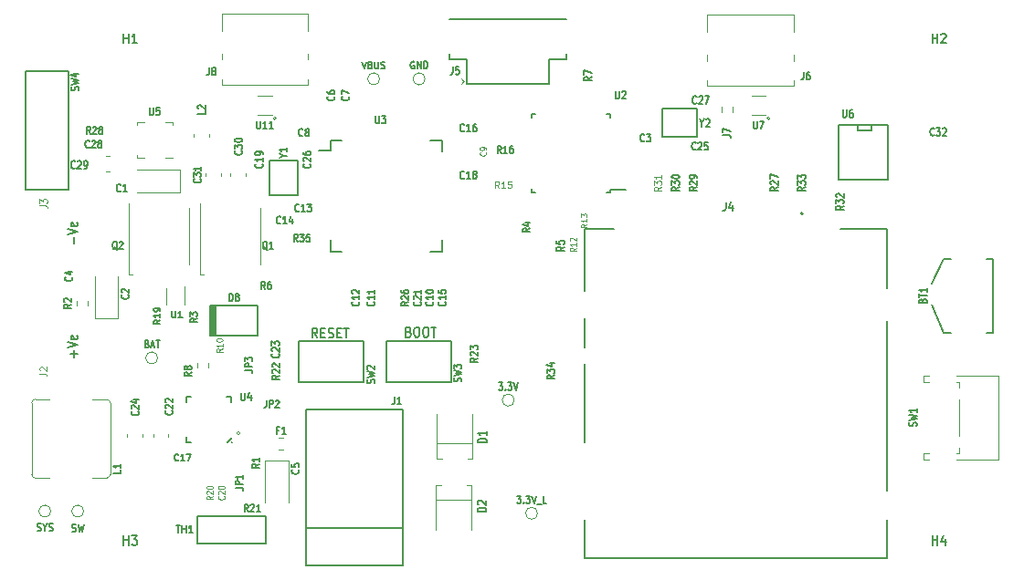
<source format=gbr>
G04 #@! TF.FileFunction,Legend,Top*
%FSLAX46Y46*%
G04 Gerber Fmt 4.6, Leading zero omitted, Abs format (unit mm)*
G04 Created by KiCad (PCBNEW 4.0.7) date 05/21/18 17:19:51*
%MOMM*%
%LPD*%
G01*
G04 APERTURE LIST*
%ADD10C,0.100000*%
%ADD11C,0.130000*%
%ADD12C,0.160000*%
%ADD13C,0.150000*%
%ADD14C,0.200000*%
%ADD15C,0.120000*%
%ADD16C,0.127000*%
%ADD17C,0.099060*%
%ADD18C,0.070000*%
%ADD19C,0.060000*%
%ADD20C,0.140000*%
G04 APERTURE END LIST*
D10*
D11*
X104788486Y-91363676D02*
X104788486Y-90754152D01*
X105131343Y-91058914D02*
X104445629Y-91058914D01*
X104231343Y-90487486D02*
X105131343Y-90220819D01*
X104231343Y-89954152D01*
X105088486Y-89382724D02*
X105131343Y-89458914D01*
X105131343Y-89611295D01*
X105088486Y-89687486D01*
X105002771Y-89725581D01*
X104659914Y-89725581D01*
X104574200Y-89687486D01*
X104531343Y-89611295D01*
X104531343Y-89458914D01*
X104574200Y-89382724D01*
X104659914Y-89344629D01*
X104745629Y-89344629D01*
X104831343Y-89725581D01*
X104788486Y-80848076D02*
X104788486Y-80238552D01*
X104231343Y-79971886D02*
X105131343Y-79705219D01*
X104231343Y-79438552D01*
X105088486Y-78867124D02*
X105131343Y-78943314D01*
X105131343Y-79095695D01*
X105088486Y-79171886D01*
X105002771Y-79209981D01*
X104659914Y-79209981D01*
X104574200Y-79171886D01*
X104531343Y-79095695D01*
X104531343Y-78943314D01*
X104574200Y-78867124D01*
X104659914Y-78829029D01*
X104745629Y-78829029D01*
X104831343Y-79209981D01*
D12*
X127362095Y-89561143D02*
X127095428Y-89132571D01*
X126904952Y-89561143D02*
X126904952Y-88661143D01*
X127209714Y-88661143D01*
X127285905Y-88704000D01*
X127324000Y-88746857D01*
X127362095Y-88832571D01*
X127362095Y-88961143D01*
X127324000Y-89046857D01*
X127285905Y-89089714D01*
X127209714Y-89132571D01*
X126904952Y-89132571D01*
X127704952Y-89089714D02*
X127971619Y-89089714D01*
X128085905Y-89561143D02*
X127704952Y-89561143D01*
X127704952Y-88661143D01*
X128085905Y-88661143D01*
X128390667Y-89518286D02*
X128504953Y-89561143D01*
X128695429Y-89561143D01*
X128771619Y-89518286D01*
X128809715Y-89475429D01*
X128847810Y-89389714D01*
X128847810Y-89304000D01*
X128809715Y-89218286D01*
X128771619Y-89175429D01*
X128695429Y-89132571D01*
X128543048Y-89089714D01*
X128466857Y-89046857D01*
X128428762Y-89004000D01*
X128390667Y-88918286D01*
X128390667Y-88832571D01*
X128428762Y-88746857D01*
X128466857Y-88704000D01*
X128543048Y-88661143D01*
X128733524Y-88661143D01*
X128847810Y-88704000D01*
X129190667Y-89089714D02*
X129457334Y-89089714D01*
X129571620Y-89561143D02*
X129190667Y-89561143D01*
X129190667Y-88661143D01*
X129571620Y-88661143D01*
X129800191Y-88661143D02*
X130257334Y-88661143D01*
X130028763Y-89561143D02*
X130028763Y-88661143D01*
X135820286Y-89026214D02*
X135934572Y-89069071D01*
X135972667Y-89111929D01*
X136010762Y-89197643D01*
X136010762Y-89326214D01*
X135972667Y-89411929D01*
X135934572Y-89454786D01*
X135858381Y-89497643D01*
X135553619Y-89497643D01*
X135553619Y-88597643D01*
X135820286Y-88597643D01*
X135896476Y-88640500D01*
X135934572Y-88683357D01*
X135972667Y-88769071D01*
X135972667Y-88854786D01*
X135934572Y-88940500D01*
X135896476Y-88983357D01*
X135820286Y-89026214D01*
X135553619Y-89026214D01*
X136506000Y-88597643D02*
X136658381Y-88597643D01*
X136734572Y-88640500D01*
X136810762Y-88726214D01*
X136848857Y-88897643D01*
X136848857Y-89197643D01*
X136810762Y-89369071D01*
X136734572Y-89454786D01*
X136658381Y-89497643D01*
X136506000Y-89497643D01*
X136429810Y-89454786D01*
X136353619Y-89369071D01*
X136315524Y-89197643D01*
X136315524Y-88897643D01*
X136353619Y-88726214D01*
X136429810Y-88640500D01*
X136506000Y-88597643D01*
X137344095Y-88597643D02*
X137496476Y-88597643D01*
X137572667Y-88640500D01*
X137648857Y-88726214D01*
X137686952Y-88897643D01*
X137686952Y-89197643D01*
X137648857Y-89369071D01*
X137572667Y-89454786D01*
X137496476Y-89497643D01*
X137344095Y-89497643D01*
X137267905Y-89454786D01*
X137191714Y-89369071D01*
X137153619Y-89197643D01*
X137153619Y-88897643D01*
X137191714Y-88726214D01*
X137267905Y-88640500D01*
X137344095Y-88597643D01*
X137915523Y-88597643D02*
X138372666Y-88597643D01*
X138144095Y-89497643D02*
X138144095Y-88597643D01*
D13*
X126299120Y-107200500D02*
X135300880Y-107200500D01*
X126299120Y-110700620D02*
X135300880Y-110700620D01*
X135300880Y-110700620D02*
X135300880Y-96199760D01*
X135300880Y-96199760D02*
X126299120Y-96199760D01*
X126299120Y-96199760D02*
X126299120Y-110700620D01*
X152154000Y-91992000D02*
X152154000Y-99242000D01*
X152154000Y-109992000D02*
X152154000Y-106492000D01*
X180154000Y-106492000D02*
X180154000Y-109992000D01*
X180154000Y-87992000D02*
X180154000Y-103742000D01*
X152154000Y-87742000D02*
X152154000Y-90492000D01*
X180154000Y-109992000D02*
X152154000Y-109992000D01*
D14*
X172354000Y-78042000D02*
G75*
G03X172354000Y-78042000I-100000J0D01*
G01*
D13*
X175854000Y-79492000D02*
X180154000Y-79492000D01*
X180154000Y-79492000D02*
X180154000Y-84992000D01*
X152154000Y-85242000D02*
X152154000Y-79492000D01*
X152154000Y-79492000D02*
X154854000Y-79492000D01*
D15*
X111283000Y-69597000D02*
X110618000Y-69597000D01*
X113918000Y-72897000D02*
X113253000Y-72897000D01*
X111283000Y-72897000D02*
X110618000Y-72897000D01*
X113918000Y-69597000D02*
X113253000Y-69597000D01*
X110618000Y-72647000D02*
X110618000Y-72897000D01*
X110618000Y-69847000D02*
X110618000Y-69597000D01*
X113918000Y-69597000D02*
X113918000Y-69847000D01*
D13*
X122555000Y-108661200D02*
X116205000Y-108661200D01*
X116205000Y-108661200D02*
X116205000Y-106121200D01*
X116205000Y-106121200D02*
X122555000Y-106121200D01*
X122555000Y-106121200D02*
X122555000Y-108661200D01*
D11*
X185436000Y-89154000D02*
X184293000Y-86487000D01*
X186071000Y-89154000D02*
X185436000Y-89154000D01*
X185436000Y-82296000D02*
X184293000Y-84582000D01*
X186071000Y-82296000D02*
X185436000Y-82296000D01*
X189373000Y-89154000D02*
X190008000Y-89154000D01*
X190008000Y-82296000D02*
X190008000Y-89154000D01*
X190008000Y-82296000D02*
X189373000Y-82296000D01*
D15*
X110668000Y-76117000D02*
X114588000Y-76117000D01*
X114588000Y-76117000D02*
X114588000Y-73997000D01*
X114588000Y-73997000D02*
X110668000Y-73997000D01*
X106763000Y-83871000D02*
X106763000Y-87791000D01*
X106763000Y-87791000D02*
X108883000Y-87791000D01*
X108883000Y-87791000D02*
X108883000Y-83871000D01*
X124660000Y-104900000D02*
X124660000Y-100980000D01*
X124660000Y-100980000D02*
X122540000Y-100980000D01*
X122540000Y-100980000D02*
X122540000Y-104900000D01*
X113564512Y-98500874D02*
X113564512Y-98800874D01*
X112144512Y-98500874D02*
X112144512Y-98800874D01*
X111151512Y-98500874D02*
X111151512Y-98800874D01*
X109731512Y-98500874D02*
X109731512Y-98800874D01*
X107800000Y-72696000D02*
X108100000Y-72696000D01*
X107800000Y-74116000D02*
X108100000Y-74116000D01*
X119305000Y-74572000D02*
X119305000Y-74272000D01*
X120725000Y-74572000D02*
X120725000Y-74272000D01*
X117019000Y-74572000D02*
X117019000Y-74272000D01*
X118439000Y-74572000D02*
X118439000Y-74272000D01*
D16*
X117558820Y-86586060D02*
X117558820Y-89385140D01*
X117660420Y-89385140D02*
X117660420Y-86586060D01*
X117759480Y-86586060D02*
X117759480Y-89385140D01*
X117858540Y-89385140D02*
X117858540Y-86586060D01*
X117960140Y-89385140D02*
X117960140Y-86586060D01*
X117459760Y-89385140D02*
X121859040Y-89385140D01*
X121859040Y-89385140D02*
X121859040Y-86586060D01*
X121859040Y-86586060D02*
X117459760Y-86586060D01*
X117459760Y-86586060D02*
X117459760Y-89385140D01*
D15*
X123780000Y-98890000D02*
X124220000Y-98890000D01*
X123780000Y-99910000D02*
X124220000Y-99910000D01*
D17*
X126500000Y-63750000D02*
X126500000Y-63200000D01*
X118500000Y-63750000D02*
X118500000Y-63200000D01*
X118500000Y-66100000D02*
X126500000Y-66100000D01*
X126500500Y-61100000D02*
X126500500Y-59501120D01*
X118499500Y-61100000D02*
X118499500Y-59501120D01*
X118500000Y-66100000D02*
X118500000Y-65600000D01*
X118499500Y-59501120D02*
X126500500Y-59501120D01*
X126500000Y-65600000D02*
X126500000Y-66100000D01*
X171500000Y-63850000D02*
X171500000Y-63300000D01*
X163500000Y-63850000D02*
X163500000Y-63300000D01*
X163500000Y-66200000D02*
X171500000Y-66200000D01*
X171500500Y-61200000D02*
X171500500Y-59601120D01*
X163499500Y-61200000D02*
X163499500Y-59601120D01*
X163500000Y-66200000D02*
X163500000Y-65700000D01*
X163499500Y-59601120D02*
X171500500Y-59601120D01*
X171500000Y-65700000D02*
X171500000Y-66200000D01*
D15*
X117346800Y-70639800D02*
X117346800Y-70939800D01*
X115926800Y-70639800D02*
X115926800Y-70939800D01*
X116452071Y-83722779D02*
X116852071Y-83722779D01*
X116452071Y-77122779D02*
X116452071Y-83722779D01*
X122052071Y-77522779D02*
X122052071Y-82722779D01*
X109848071Y-83722779D02*
X110248071Y-83722779D01*
X109848071Y-77122779D02*
X109848071Y-83722779D01*
X115448071Y-77522779D02*
X115448071Y-82722779D01*
X105027000Y-86580000D02*
X105027000Y-86140000D01*
X106047000Y-86580000D02*
X106047000Y-86140000D01*
X116203000Y-92320400D02*
X116203000Y-91880400D01*
X117223000Y-92320400D02*
X117223000Y-91880400D01*
D13*
X131629154Y-93716142D02*
X125629154Y-93716142D01*
X125629154Y-93716142D02*
X125629154Y-89906142D01*
X125629154Y-89906142D02*
X131629154Y-89906142D01*
X131629154Y-89906142D02*
X131629154Y-93716142D01*
X133753600Y-89839800D02*
X139753600Y-89839800D01*
X139753600Y-89839800D02*
X139753600Y-93649800D01*
X139753600Y-93649800D02*
X133753600Y-93649800D01*
X133753600Y-93649800D02*
X133753600Y-89839800D01*
X104280000Y-64780000D02*
X100280000Y-64780000D01*
X104280000Y-75780000D02*
X104280000Y-64780000D01*
X100280000Y-75780000D02*
X104280000Y-75780000D01*
X100280000Y-64780000D02*
X100280000Y-75780000D01*
X128556000Y-71215500D02*
X128556000Y-72215500D01*
X138906000Y-71215500D02*
X138906000Y-72290500D01*
X138906000Y-81565500D02*
X138906000Y-80490500D01*
X128556000Y-81565500D02*
X128556000Y-80490500D01*
X128556000Y-71215500D02*
X129631000Y-71215500D01*
X128556000Y-81565500D02*
X129631000Y-81565500D01*
X138906000Y-81565500D02*
X137831000Y-81565500D01*
X138906000Y-71215500D02*
X137831000Y-71215500D01*
X128556000Y-72215500D02*
X127531000Y-72215500D01*
D15*
X115022071Y-84773779D02*
X115022071Y-86473779D01*
X113322071Y-84923779D02*
X113322071Y-86473779D01*
X119509711Y-99310400D02*
G75*
G03X119509711Y-99310400I-70711J0D01*
G01*
D10*
X120189000Y-98410400D02*
G75*
G03X120189000Y-98410400I-150000J0D01*
G01*
D16*
X119439000Y-98860400D02*
X118989000Y-99310400D01*
X115659000Y-99260400D02*
X115189000Y-99260400D01*
X115189000Y-99260400D02*
X115189000Y-98790400D01*
X115189000Y-95530400D02*
X115189000Y-95060400D01*
X115189000Y-95060400D02*
X115659000Y-95060400D01*
X118919000Y-95060400D02*
X119389000Y-95060400D01*
X119389000Y-95060400D02*
X119389000Y-95530400D01*
D13*
X180213000Y-69850000D02*
X180213000Y-74930000D01*
X180213000Y-74930000D02*
X175641000Y-74930000D01*
X175641000Y-74930000D02*
X175641000Y-69850000D01*
X175641000Y-69850000D02*
X180213000Y-69850000D01*
X178689000Y-69850000D02*
X178689000Y-70358000D01*
X178689000Y-70358000D02*
X177419000Y-70358000D01*
X177419000Y-70358000D02*
X177419000Y-69850000D01*
D18*
X169121220Y-69041400D02*
X169248220Y-69168400D01*
X168994220Y-69168400D02*
X169121220Y-69041400D01*
X169121220Y-69295400D02*
X168994220Y-69168400D01*
X169248220Y-69168400D02*
X169121220Y-69295400D01*
D15*
X167600000Y-67100000D02*
X168900000Y-67100000D01*
X168900000Y-68900000D02*
X167600000Y-68900000D01*
D18*
X123371220Y-69041400D02*
X123498220Y-69168400D01*
X123244220Y-69168400D02*
X123371220Y-69041400D01*
X123371220Y-69295400D02*
X123244220Y-69168400D01*
X123498220Y-69168400D02*
X123371220Y-69295400D01*
D15*
X121850000Y-67100000D02*
X123150000Y-67100000D01*
X123150000Y-68900000D02*
X121850000Y-68900000D01*
D13*
X125506000Y-73152200D02*
X125506000Y-76352200D01*
X125506000Y-76352200D02*
X122906000Y-76352200D01*
X122906000Y-76352200D02*
X122906000Y-73152200D01*
X122906000Y-73152200D02*
X125506000Y-73152200D01*
X159351055Y-68327293D02*
X162551055Y-68327293D01*
X162551055Y-68327293D02*
X162551055Y-70927293D01*
X162551055Y-70927293D02*
X159351055Y-70927293D01*
X159351055Y-70927293D02*
X159351055Y-68327293D01*
D19*
X140834400Y-65786000D02*
X140732800Y-65532000D01*
X140732800Y-66040000D02*
X140834400Y-65786000D01*
X140986800Y-65786000D02*
X140732800Y-66040000D01*
X140732800Y-65532000D02*
X140986800Y-65786000D01*
D13*
X139575000Y-60024000D02*
X150425000Y-60024000D01*
X150425000Y-63224000D02*
X150425000Y-63754000D01*
X150425000Y-63754000D02*
X148810000Y-63754000D01*
X148810000Y-63754000D02*
X148810000Y-66024000D01*
X148810000Y-66024000D02*
X141190000Y-66024000D01*
X141190000Y-66024000D02*
X141190000Y-63754000D01*
X141190000Y-63754000D02*
X139575000Y-63754000D01*
X139575000Y-63754000D02*
X139575000Y-63224000D01*
D15*
X164844000Y-68596800D02*
X164844000Y-68156800D01*
X165864000Y-68596800D02*
X165864000Y-68156800D01*
X186844000Y-93652000D02*
X186614000Y-93652000D01*
X190514000Y-93132000D02*
X190514000Y-100852000D01*
X190514000Y-100852000D02*
X186614000Y-100852000D01*
X183504000Y-93132000D02*
X183504000Y-93652000D01*
X190514000Y-93132000D02*
X186614000Y-93132000D01*
X186844000Y-100332000D02*
X186614000Y-100332000D01*
X184014000Y-93652000D02*
X183504000Y-93652000D01*
X184014000Y-93132000D02*
X183504000Y-93132000D01*
X186844000Y-99792000D02*
X186844000Y-100332000D01*
X184014000Y-100332000D02*
X183504000Y-100332000D01*
X183504000Y-100332000D02*
X183504000Y-100852000D01*
X184014000Y-100852000D02*
X183504000Y-100852000D01*
X186844000Y-93652000D02*
X186844000Y-94192000D01*
X186844000Y-95292000D02*
X186844000Y-98692000D01*
D10*
X112573017Y-91440000D02*
G75*
G03X112573017Y-91440000I-559017J0D01*
G01*
X102667017Y-105664000D02*
G75*
G03X102667017Y-105664000I-559017J0D01*
G01*
X105715017Y-105664000D02*
G75*
G03X105715017Y-105664000I-559017J0D01*
G01*
X145610797Y-95361760D02*
G75*
G03X145610797Y-95361760I-559017J0D01*
G01*
X137338017Y-65532000D02*
G75*
G03X137338017Y-65532000I-559017J0D01*
G01*
X133147017Y-65532000D02*
G75*
G03X133147017Y-65532000I-559017J0D01*
G01*
X147777417Y-105867200D02*
G75*
G03X147777417Y-105867200I-559017J0D01*
G01*
D15*
X138450000Y-100800000D02*
X138900000Y-100800000D01*
X141750000Y-100800000D02*
X141750000Y-96650000D01*
X138450000Y-100800000D02*
X138450000Y-96650000D01*
X138450000Y-99400000D02*
X141750000Y-99400000D01*
X141300000Y-100800000D02*
X141750000Y-100800000D01*
X141650000Y-103215000D02*
X141200000Y-103215000D01*
X138350000Y-103215000D02*
X138350000Y-107365000D01*
X141650000Y-103215000D02*
X141650000Y-107365000D01*
X141650000Y-104615000D02*
X138350000Y-104615000D01*
X138800000Y-103215000D02*
X138350000Y-103215000D01*
X108171000Y-95633000D02*
G75*
G03X107821000Y-95283000I-350000J0D01*
G01*
X107821000Y-102583000D02*
G75*
G03X108171000Y-102233000I0J350000D01*
G01*
X101221000Y-95283000D02*
G75*
G03X100871000Y-95633000I0J-350000D01*
G01*
X100871000Y-102233000D02*
G75*
G03X101221000Y-102583000I350000J0D01*
G01*
X108171000Y-102233000D02*
X108171000Y-95633000D01*
X106521000Y-102583000D02*
X107821000Y-102583000D01*
X101221000Y-102583000D02*
X102521000Y-102583000D01*
X106521000Y-95283000D02*
X107821000Y-95283000D01*
X101221000Y-95283000D02*
X102521000Y-95283000D01*
X100871000Y-102233000D02*
X100871000Y-95633000D01*
D13*
X154505500Y-76034000D02*
X154505500Y-75809000D01*
X147255500Y-76034000D02*
X147255500Y-75709000D01*
X147255500Y-68784000D02*
X147255500Y-69109000D01*
X154505500Y-68784000D02*
X154505500Y-69109000D01*
X154505500Y-76034000D02*
X154180500Y-76034000D01*
X154505500Y-68784000D02*
X154180500Y-68784000D01*
X147255500Y-68784000D02*
X147580500Y-68784000D01*
X147255500Y-76034000D02*
X147580500Y-76034000D01*
X154505500Y-75809000D02*
X155930500Y-75809000D01*
D11*
X184378676Y-108839743D02*
X184378676Y-107939743D01*
X184378676Y-108368314D02*
X184835819Y-108368314D01*
X184835819Y-108839743D02*
X184835819Y-107939743D01*
X185559628Y-108239743D02*
X185559628Y-108839743D01*
X185369152Y-107896886D02*
X185178676Y-108539743D01*
X185673914Y-108539743D01*
X109392796Y-108819423D02*
X109392796Y-107919423D01*
X109392796Y-108347994D02*
X109849939Y-108347994D01*
X109849939Y-108819423D02*
X109849939Y-107919423D01*
X110154701Y-107919423D02*
X110649939Y-107919423D01*
X110383272Y-108262280D01*
X110497558Y-108262280D01*
X110573748Y-108305137D01*
X110611844Y-108347994D01*
X110649939Y-108433709D01*
X110649939Y-108647994D01*
X110611844Y-108733709D01*
X110573748Y-108776566D01*
X110497558Y-108819423D01*
X110268986Y-108819423D01*
X110192796Y-108776566D01*
X110154701Y-108733709D01*
X109390476Y-62207143D02*
X109390476Y-61307143D01*
X109390476Y-61735714D02*
X109847619Y-61735714D01*
X109847619Y-62207143D02*
X109847619Y-61307143D01*
X110647619Y-62207143D02*
X110190476Y-62207143D01*
X110419047Y-62207143D02*
X110419047Y-61307143D01*
X110342857Y-61435714D01*
X110266666Y-61521429D01*
X110190476Y-61564286D01*
X134537000Y-95018867D02*
X134537000Y-95518867D01*
X134508428Y-95618867D01*
X134451285Y-95685533D01*
X134365571Y-95718867D01*
X134308428Y-95718867D01*
X135137000Y-95718867D02*
X134794143Y-95718867D01*
X134965571Y-95718867D02*
X134965571Y-95018867D01*
X134908428Y-95118867D01*
X134851286Y-95185533D01*
X134794143Y-95218867D01*
X165222267Y-76981105D02*
X165222267Y-77552533D01*
X165188933Y-77666819D01*
X165122267Y-77743010D01*
X165022267Y-77781105D01*
X164955600Y-77781105D01*
X165855600Y-77247771D02*
X165855600Y-77781105D01*
X165688933Y-76943010D02*
X165522266Y-77514438D01*
X165955600Y-77514438D01*
X157672100Y-71281100D02*
X157643529Y-71314433D01*
X157557815Y-71347767D01*
X157500672Y-71347767D01*
X157414957Y-71314433D01*
X157357815Y-71247767D01*
X157329243Y-71181100D01*
X157300672Y-71047767D01*
X157300672Y-70947767D01*
X157329243Y-70814433D01*
X157357815Y-70747767D01*
X157414957Y-70681100D01*
X157500672Y-70647767D01*
X157557815Y-70647767D01*
X157643529Y-70681100D01*
X157672100Y-70714433D01*
X157872100Y-70647767D02*
X158243529Y-70647767D01*
X158043529Y-70914433D01*
X158129243Y-70914433D01*
X158186386Y-70947767D01*
X158214957Y-70981100D01*
X158243529Y-71047767D01*
X158243529Y-71214433D01*
X158214957Y-71281100D01*
X158186386Y-71314433D01*
X158129243Y-71347767D01*
X157957815Y-71347767D01*
X157900672Y-71314433D01*
X157872100Y-71281100D01*
X111810857Y-68196667D02*
X111810857Y-68763333D01*
X111839429Y-68830000D01*
X111868000Y-68863333D01*
X111925143Y-68896667D01*
X112039429Y-68896667D01*
X112096571Y-68863333D01*
X112125143Y-68830000D01*
X112153714Y-68763333D01*
X112153714Y-68196667D01*
X112725142Y-68196667D02*
X112439428Y-68196667D01*
X112410857Y-68530000D01*
X112439428Y-68496667D01*
X112496571Y-68463333D01*
X112639428Y-68463333D01*
X112696571Y-68496667D01*
X112725142Y-68530000D01*
X112753714Y-68596667D01*
X112753714Y-68763333D01*
X112725142Y-68830000D01*
X112696571Y-68863333D01*
X112639428Y-68896667D01*
X112496571Y-68896667D01*
X112439428Y-68863333D01*
X112410857Y-68830000D01*
D15*
X101623067Y-77289000D02*
X102123067Y-77289000D01*
X102223067Y-77317572D01*
X102289733Y-77374715D01*
X102323067Y-77460429D01*
X102323067Y-77517572D01*
X101623067Y-77060429D02*
X101623067Y-76689000D01*
X101889733Y-76889000D01*
X101889733Y-76803286D01*
X101923067Y-76746143D01*
X101956400Y-76717572D01*
X102023067Y-76689000D01*
X102189733Y-76689000D01*
X102256400Y-76717572D01*
X102289733Y-76746143D01*
X102323067Y-76803286D01*
X102323067Y-76974714D01*
X102289733Y-77031857D01*
X102256400Y-77060429D01*
X101597667Y-92884600D02*
X102097667Y-92884600D01*
X102197667Y-92913172D01*
X102264333Y-92970315D01*
X102297667Y-93056029D01*
X102297667Y-93113172D01*
X101664333Y-92627457D02*
X101631000Y-92598886D01*
X101597667Y-92541743D01*
X101597667Y-92398886D01*
X101631000Y-92341743D01*
X101664333Y-92313172D01*
X101731000Y-92284600D01*
X101797667Y-92284600D01*
X101897667Y-92313172D01*
X102297667Y-92656029D01*
X102297667Y-92284600D01*
D11*
X114290572Y-106995167D02*
X114633429Y-106995167D01*
X114462000Y-107695167D02*
X114462000Y-106995167D01*
X114833429Y-107695167D02*
X114833429Y-106995167D01*
X114833429Y-107328500D02*
X115176286Y-107328500D01*
X115176286Y-107695167D02*
X115176286Y-106995167D01*
X115776286Y-107695167D02*
X115433429Y-107695167D01*
X115604857Y-107695167D02*
X115604857Y-106995167D01*
X115547714Y-107095167D01*
X115490572Y-107161833D01*
X115433429Y-107195167D01*
X183481000Y-86132929D02*
X183514333Y-86047215D01*
X183547667Y-86018643D01*
X183614333Y-85990072D01*
X183714333Y-85990072D01*
X183781000Y-86018643D01*
X183814333Y-86047215D01*
X183847667Y-86104357D01*
X183847667Y-86332929D01*
X183147667Y-86332929D01*
X183147667Y-86132929D01*
X183181000Y-86075786D01*
X183214333Y-86047215D01*
X183281000Y-86018643D01*
X183347667Y-86018643D01*
X183414333Y-86047215D01*
X183447667Y-86075786D01*
X183481000Y-86132929D01*
X183481000Y-86332929D01*
X183147667Y-85818643D02*
X183147667Y-85475786D01*
X183847667Y-85647215D02*
X183147667Y-85647215D01*
X183847667Y-84961500D02*
X183847667Y-85304357D01*
X183847667Y-85132929D02*
X183147667Y-85132929D01*
X183247667Y-85190072D01*
X183314333Y-85247214D01*
X183347667Y-85304357D01*
X162428285Y-72055800D02*
X162399714Y-72089133D01*
X162314000Y-72122467D01*
X162256857Y-72122467D01*
X162171142Y-72089133D01*
X162114000Y-72022467D01*
X162085428Y-71955800D01*
X162056857Y-71822467D01*
X162056857Y-71722467D01*
X162085428Y-71589133D01*
X162114000Y-71522467D01*
X162171142Y-71455800D01*
X162256857Y-71422467D01*
X162314000Y-71422467D01*
X162399714Y-71455800D01*
X162428285Y-71489133D01*
X162656857Y-71489133D02*
X162685428Y-71455800D01*
X162742571Y-71422467D01*
X162885428Y-71422467D01*
X162942571Y-71455800D01*
X162971142Y-71489133D01*
X162999714Y-71555800D01*
X162999714Y-71622467D01*
X162971142Y-71722467D01*
X162628285Y-72122467D01*
X162999714Y-72122467D01*
X163542571Y-71422467D02*
X163256857Y-71422467D01*
X163228286Y-71755800D01*
X163256857Y-71722467D01*
X163314000Y-71689133D01*
X163456857Y-71689133D01*
X163514000Y-71722467D01*
X163542571Y-71755800D01*
X163571143Y-71822467D01*
X163571143Y-71989133D01*
X163542571Y-72055800D01*
X163514000Y-72089133D01*
X163456857Y-72122467D01*
X163314000Y-72122467D01*
X163256857Y-72089133D01*
X163228286Y-72055800D01*
X162504485Y-67763200D02*
X162475914Y-67796533D01*
X162390200Y-67829867D01*
X162333057Y-67829867D01*
X162247342Y-67796533D01*
X162190200Y-67729867D01*
X162161628Y-67663200D01*
X162133057Y-67529867D01*
X162133057Y-67429867D01*
X162161628Y-67296533D01*
X162190200Y-67229867D01*
X162247342Y-67163200D01*
X162333057Y-67129867D01*
X162390200Y-67129867D01*
X162475914Y-67163200D01*
X162504485Y-67196533D01*
X162733057Y-67196533D02*
X162761628Y-67163200D01*
X162818771Y-67129867D01*
X162961628Y-67129867D01*
X163018771Y-67163200D01*
X163047342Y-67196533D01*
X163075914Y-67263200D01*
X163075914Y-67329867D01*
X163047342Y-67429867D01*
X162704485Y-67829867D01*
X163075914Y-67829867D01*
X163275914Y-67129867D02*
X163675914Y-67129867D01*
X163418771Y-67829867D01*
X109120000Y-75942000D02*
X109091429Y-75975333D01*
X109005715Y-76008667D01*
X108948572Y-76008667D01*
X108862857Y-75975333D01*
X108805715Y-75908667D01*
X108777143Y-75842000D01*
X108748572Y-75708667D01*
X108748572Y-75608667D01*
X108777143Y-75475333D01*
X108805715Y-75408667D01*
X108862857Y-75342000D01*
X108948572Y-75308667D01*
X109005715Y-75308667D01*
X109091429Y-75342000D01*
X109120000Y-75375333D01*
X109691429Y-76008667D02*
X109348572Y-76008667D01*
X109520000Y-76008667D02*
X109520000Y-75308667D01*
X109462857Y-75408667D01*
X109405715Y-75475333D01*
X109348572Y-75508667D01*
X128901000Y-67156000D02*
X128934333Y-67184571D01*
X128967667Y-67270285D01*
X128967667Y-67327428D01*
X128934333Y-67413143D01*
X128867667Y-67470285D01*
X128801000Y-67498857D01*
X128667667Y-67527428D01*
X128567667Y-67527428D01*
X128434333Y-67498857D01*
X128367667Y-67470285D01*
X128301000Y-67413143D01*
X128267667Y-67327428D01*
X128267667Y-67270285D01*
X128301000Y-67184571D01*
X128334333Y-67156000D01*
X128267667Y-66641714D02*
X128267667Y-66756000D01*
X128301000Y-66813143D01*
X128334333Y-66841714D01*
X128434333Y-66898857D01*
X128567667Y-66927428D01*
X128834333Y-66927428D01*
X128901000Y-66898857D01*
X128934333Y-66870285D01*
X128967667Y-66813143D01*
X128967667Y-66698857D01*
X128934333Y-66641714D01*
X128901000Y-66613143D01*
X128834333Y-66584571D01*
X128667667Y-66584571D01*
X128601000Y-66613143D01*
X128567667Y-66641714D01*
X128534333Y-66698857D01*
X128534333Y-66813143D01*
X128567667Y-66870285D01*
X128601000Y-66898857D01*
X128667667Y-66927428D01*
X130247200Y-67156000D02*
X130280533Y-67184571D01*
X130313867Y-67270285D01*
X130313867Y-67327428D01*
X130280533Y-67413143D01*
X130213867Y-67470285D01*
X130147200Y-67498857D01*
X130013867Y-67527428D01*
X129913867Y-67527428D01*
X129780533Y-67498857D01*
X129713867Y-67470285D01*
X129647200Y-67413143D01*
X129613867Y-67327428D01*
X129613867Y-67270285D01*
X129647200Y-67184571D01*
X129680533Y-67156000D01*
X129613867Y-66956000D02*
X129613867Y-66556000D01*
X130313867Y-66813143D01*
X126011000Y-70798500D02*
X125982429Y-70831833D01*
X125896715Y-70865167D01*
X125839572Y-70865167D01*
X125753857Y-70831833D01*
X125696715Y-70765167D01*
X125668143Y-70698500D01*
X125639572Y-70565167D01*
X125639572Y-70465167D01*
X125668143Y-70331833D01*
X125696715Y-70265167D01*
X125753857Y-70198500D01*
X125839572Y-70165167D01*
X125896715Y-70165167D01*
X125982429Y-70198500D01*
X126011000Y-70231833D01*
X126353857Y-70465167D02*
X126296715Y-70431833D01*
X126268143Y-70398500D01*
X126239572Y-70331833D01*
X126239572Y-70298500D01*
X126268143Y-70231833D01*
X126296715Y-70198500D01*
X126353857Y-70165167D01*
X126468143Y-70165167D01*
X126525286Y-70198500D01*
X126553857Y-70231833D01*
X126582429Y-70298500D01*
X126582429Y-70331833D01*
X126553857Y-70398500D01*
X126525286Y-70431833D01*
X126468143Y-70465167D01*
X126353857Y-70465167D01*
X126296715Y-70498500D01*
X126268143Y-70531833D01*
X126239572Y-70598500D01*
X126239572Y-70731833D01*
X126268143Y-70798500D01*
X126296715Y-70831833D01*
X126353857Y-70865167D01*
X126468143Y-70865167D01*
X126525286Y-70831833D01*
X126553857Y-70798500D01*
X126582429Y-70731833D01*
X126582429Y-70598500D01*
X126553857Y-70531833D01*
X126525286Y-70498500D01*
X126468143Y-70465167D01*
D15*
X142962286Y-72346333D02*
X142990857Y-72370143D01*
X143019429Y-72441571D01*
X143019429Y-72489190D01*
X142990857Y-72560619D01*
X142933714Y-72608238D01*
X142876571Y-72632047D01*
X142762286Y-72655857D01*
X142676571Y-72655857D01*
X142562286Y-72632047D01*
X142505143Y-72608238D01*
X142448000Y-72560619D01*
X142419429Y-72489190D01*
X142419429Y-72441571D01*
X142448000Y-72370143D01*
X142476571Y-72346333D01*
X143019429Y-72108238D02*
X143019429Y-72013000D01*
X142990857Y-71965381D01*
X142962286Y-71941571D01*
X142876571Y-71893952D01*
X142762286Y-71870143D01*
X142533714Y-71870143D01*
X142476571Y-71893952D01*
X142448000Y-71917762D01*
X142419429Y-71965381D01*
X142419429Y-72060619D01*
X142448000Y-72108238D01*
X142476571Y-72132047D01*
X142533714Y-72155857D01*
X142676571Y-72155857D01*
X142733714Y-72132047D01*
X142762286Y-72108238D01*
X142790857Y-72060619D01*
X142790857Y-71965381D01*
X142762286Y-71917762D01*
X142733714Y-71893952D01*
X142676571Y-71870143D01*
D11*
X109825600Y-85596400D02*
X109858933Y-85624971D01*
X109892267Y-85710685D01*
X109892267Y-85767828D01*
X109858933Y-85853543D01*
X109792267Y-85910685D01*
X109725600Y-85939257D01*
X109592267Y-85967828D01*
X109492267Y-85967828D01*
X109358933Y-85939257D01*
X109292267Y-85910685D01*
X109225600Y-85853543D01*
X109192267Y-85767828D01*
X109192267Y-85710685D01*
X109225600Y-85624971D01*
X109258933Y-85596400D01*
X109258933Y-85367828D02*
X109225600Y-85339257D01*
X109192267Y-85282114D01*
X109192267Y-85139257D01*
X109225600Y-85082114D01*
X109258933Y-85053543D01*
X109325600Y-85024971D01*
X109392267Y-85024971D01*
X109492267Y-85053543D01*
X109892267Y-85396400D01*
X109892267Y-85024971D01*
X138045000Y-86237715D02*
X138078333Y-86266286D01*
X138111667Y-86352000D01*
X138111667Y-86409143D01*
X138078333Y-86494858D01*
X138011667Y-86552000D01*
X137945000Y-86580572D01*
X137811667Y-86609143D01*
X137711667Y-86609143D01*
X137578333Y-86580572D01*
X137511667Y-86552000D01*
X137445000Y-86494858D01*
X137411667Y-86409143D01*
X137411667Y-86352000D01*
X137445000Y-86266286D01*
X137478333Y-86237715D01*
X138111667Y-85666286D02*
X138111667Y-86009143D01*
X138111667Y-85837715D02*
X137411667Y-85837715D01*
X137511667Y-85894858D01*
X137578333Y-85952000D01*
X137611667Y-86009143D01*
X137411667Y-85294857D02*
X137411667Y-85237714D01*
X137445000Y-85180571D01*
X137478333Y-85152000D01*
X137545000Y-85123429D01*
X137678333Y-85094857D01*
X137845000Y-85094857D01*
X137978333Y-85123429D01*
X138045000Y-85152000D01*
X138078333Y-85180571D01*
X138111667Y-85237714D01*
X138111667Y-85294857D01*
X138078333Y-85352000D01*
X138045000Y-85380571D01*
X137978333Y-85409143D01*
X137845000Y-85437714D01*
X137678333Y-85437714D01*
X137545000Y-85409143D01*
X137478333Y-85380571D01*
X137445000Y-85352000D01*
X137411667Y-85294857D01*
X104593200Y-83920000D02*
X104626533Y-83948571D01*
X104659867Y-84034285D01*
X104659867Y-84091428D01*
X104626533Y-84177143D01*
X104559867Y-84234285D01*
X104493200Y-84262857D01*
X104359867Y-84291428D01*
X104259867Y-84291428D01*
X104126533Y-84262857D01*
X104059867Y-84234285D01*
X103993200Y-84177143D01*
X103959867Y-84091428D01*
X103959867Y-84034285D01*
X103993200Y-83948571D01*
X104026533Y-83920000D01*
X104193200Y-83405714D02*
X104659867Y-83405714D01*
X103926533Y-83548571D02*
X104426533Y-83691428D01*
X104426533Y-83320000D01*
X132584000Y-86237715D02*
X132617333Y-86266286D01*
X132650667Y-86352000D01*
X132650667Y-86409143D01*
X132617333Y-86494858D01*
X132550667Y-86552000D01*
X132484000Y-86580572D01*
X132350667Y-86609143D01*
X132250667Y-86609143D01*
X132117333Y-86580572D01*
X132050667Y-86552000D01*
X131984000Y-86494858D01*
X131950667Y-86409143D01*
X131950667Y-86352000D01*
X131984000Y-86266286D01*
X132017333Y-86237715D01*
X132650667Y-85666286D02*
X132650667Y-86009143D01*
X132650667Y-85837715D02*
X131950667Y-85837715D01*
X132050667Y-85894858D01*
X132117333Y-85952000D01*
X132150667Y-86009143D01*
X132650667Y-85094857D02*
X132650667Y-85437714D01*
X132650667Y-85266286D02*
X131950667Y-85266286D01*
X132050667Y-85323429D01*
X132117333Y-85380571D01*
X132150667Y-85437714D01*
X131187000Y-86237715D02*
X131220333Y-86266286D01*
X131253667Y-86352000D01*
X131253667Y-86409143D01*
X131220333Y-86494858D01*
X131153667Y-86552000D01*
X131087000Y-86580572D01*
X130953667Y-86609143D01*
X130853667Y-86609143D01*
X130720333Y-86580572D01*
X130653667Y-86552000D01*
X130587000Y-86494858D01*
X130553667Y-86409143D01*
X130553667Y-86352000D01*
X130587000Y-86266286D01*
X130620333Y-86237715D01*
X131253667Y-85666286D02*
X131253667Y-86009143D01*
X131253667Y-85837715D02*
X130553667Y-85837715D01*
X130653667Y-85894858D01*
X130720333Y-85952000D01*
X130753667Y-86009143D01*
X130620333Y-85437714D02*
X130587000Y-85409143D01*
X130553667Y-85352000D01*
X130553667Y-85209143D01*
X130587000Y-85152000D01*
X130620333Y-85123429D01*
X130687000Y-85094857D01*
X130753667Y-85094857D01*
X130853667Y-85123429D01*
X131253667Y-85466286D01*
X131253667Y-85094857D01*
X125599000Y-101827000D02*
X125632333Y-101855571D01*
X125665667Y-101941285D01*
X125665667Y-101998428D01*
X125632333Y-102084143D01*
X125565667Y-102141285D01*
X125499000Y-102169857D01*
X125365667Y-102198428D01*
X125265667Y-102198428D01*
X125132333Y-102169857D01*
X125065667Y-102141285D01*
X124999000Y-102084143D01*
X124965667Y-101998428D01*
X124965667Y-101941285D01*
X124999000Y-101855571D01*
X125032333Y-101827000D01*
X124965667Y-101284143D02*
X124965667Y-101569857D01*
X125299000Y-101598428D01*
X125265667Y-101569857D01*
X125232333Y-101512714D01*
X125232333Y-101369857D01*
X125265667Y-101312714D01*
X125299000Y-101284143D01*
X125365667Y-101255571D01*
X125532333Y-101255571D01*
X125599000Y-101284143D01*
X125632333Y-101312714D01*
X125665667Y-101369857D01*
X125665667Y-101512714D01*
X125632333Y-101569857D01*
X125599000Y-101598428D01*
X125661785Y-77783500D02*
X125633214Y-77816833D01*
X125547500Y-77850167D01*
X125490357Y-77850167D01*
X125404642Y-77816833D01*
X125347500Y-77750167D01*
X125318928Y-77683500D01*
X125290357Y-77550167D01*
X125290357Y-77450167D01*
X125318928Y-77316833D01*
X125347500Y-77250167D01*
X125404642Y-77183500D01*
X125490357Y-77150167D01*
X125547500Y-77150167D01*
X125633214Y-77183500D01*
X125661785Y-77216833D01*
X126233214Y-77850167D02*
X125890357Y-77850167D01*
X126061785Y-77850167D02*
X126061785Y-77150167D01*
X126004642Y-77250167D01*
X125947500Y-77316833D01*
X125890357Y-77350167D01*
X126433214Y-77150167D02*
X126804643Y-77150167D01*
X126604643Y-77416833D01*
X126690357Y-77416833D01*
X126747500Y-77450167D01*
X126776071Y-77483500D01*
X126804643Y-77550167D01*
X126804643Y-77716833D01*
X126776071Y-77783500D01*
X126747500Y-77816833D01*
X126690357Y-77850167D01*
X126518929Y-77850167D01*
X126461786Y-77816833D01*
X126433214Y-77783500D01*
X123947285Y-78926500D02*
X123918714Y-78959833D01*
X123833000Y-78993167D01*
X123775857Y-78993167D01*
X123690142Y-78959833D01*
X123633000Y-78893167D01*
X123604428Y-78826500D01*
X123575857Y-78693167D01*
X123575857Y-78593167D01*
X123604428Y-78459833D01*
X123633000Y-78393167D01*
X123690142Y-78326500D01*
X123775857Y-78293167D01*
X123833000Y-78293167D01*
X123918714Y-78326500D01*
X123947285Y-78359833D01*
X124518714Y-78993167D02*
X124175857Y-78993167D01*
X124347285Y-78993167D02*
X124347285Y-78293167D01*
X124290142Y-78393167D01*
X124233000Y-78459833D01*
X124175857Y-78493167D01*
X125033000Y-78526500D02*
X125033000Y-78993167D01*
X124890143Y-78259833D02*
X124747286Y-78759833D01*
X125118714Y-78759833D01*
X139188000Y-86237715D02*
X139221333Y-86266286D01*
X139254667Y-86352000D01*
X139254667Y-86409143D01*
X139221333Y-86494858D01*
X139154667Y-86552000D01*
X139088000Y-86580572D01*
X138954667Y-86609143D01*
X138854667Y-86609143D01*
X138721333Y-86580572D01*
X138654667Y-86552000D01*
X138588000Y-86494858D01*
X138554667Y-86409143D01*
X138554667Y-86352000D01*
X138588000Y-86266286D01*
X138621333Y-86237715D01*
X139254667Y-85666286D02*
X139254667Y-86009143D01*
X139254667Y-85837715D02*
X138554667Y-85837715D01*
X138654667Y-85894858D01*
X138721333Y-85952000D01*
X138754667Y-86009143D01*
X138554667Y-85123429D02*
X138554667Y-85409143D01*
X138888000Y-85437714D01*
X138854667Y-85409143D01*
X138821333Y-85352000D01*
X138821333Y-85209143D01*
X138854667Y-85152000D01*
X138888000Y-85123429D01*
X138954667Y-85094857D01*
X139121333Y-85094857D01*
X139188000Y-85123429D01*
X139221333Y-85152000D01*
X139254667Y-85209143D01*
X139254667Y-85352000D01*
X139221333Y-85409143D01*
X139188000Y-85437714D01*
X140965285Y-70354000D02*
X140936714Y-70387333D01*
X140851000Y-70420667D01*
X140793857Y-70420667D01*
X140708142Y-70387333D01*
X140651000Y-70320667D01*
X140622428Y-70254000D01*
X140593857Y-70120667D01*
X140593857Y-70020667D01*
X140622428Y-69887333D01*
X140651000Y-69820667D01*
X140708142Y-69754000D01*
X140793857Y-69720667D01*
X140851000Y-69720667D01*
X140936714Y-69754000D01*
X140965285Y-69787333D01*
X141536714Y-70420667D02*
X141193857Y-70420667D01*
X141365285Y-70420667D02*
X141365285Y-69720667D01*
X141308142Y-69820667D01*
X141251000Y-69887333D01*
X141193857Y-69920667D01*
X142051000Y-69720667D02*
X141936714Y-69720667D01*
X141879571Y-69754000D01*
X141851000Y-69787333D01*
X141793857Y-69887333D01*
X141765286Y-70020667D01*
X141765286Y-70287333D01*
X141793857Y-70354000D01*
X141822429Y-70387333D01*
X141879571Y-70420667D01*
X141993857Y-70420667D01*
X142051000Y-70387333D01*
X142079571Y-70354000D01*
X142108143Y-70287333D01*
X142108143Y-70120667D01*
X142079571Y-70054000D01*
X142051000Y-70020667D01*
X141993857Y-69987333D01*
X141879571Y-69987333D01*
X141822429Y-70020667D01*
X141793857Y-70054000D01*
X141765286Y-70120667D01*
X140965285Y-74735500D02*
X140936714Y-74768833D01*
X140851000Y-74802167D01*
X140793857Y-74802167D01*
X140708142Y-74768833D01*
X140651000Y-74702167D01*
X140622428Y-74635500D01*
X140593857Y-74502167D01*
X140593857Y-74402167D01*
X140622428Y-74268833D01*
X140651000Y-74202167D01*
X140708142Y-74135500D01*
X140793857Y-74102167D01*
X140851000Y-74102167D01*
X140936714Y-74135500D01*
X140965285Y-74168833D01*
X141536714Y-74802167D02*
X141193857Y-74802167D01*
X141365285Y-74802167D02*
X141365285Y-74102167D01*
X141308142Y-74202167D01*
X141251000Y-74268833D01*
X141193857Y-74302167D01*
X141879571Y-74402167D02*
X141822429Y-74368833D01*
X141793857Y-74335500D01*
X141765286Y-74268833D01*
X141765286Y-74235500D01*
X141793857Y-74168833D01*
X141822429Y-74135500D01*
X141879571Y-74102167D01*
X141993857Y-74102167D01*
X142051000Y-74135500D01*
X142079571Y-74168833D01*
X142108143Y-74235500D01*
X142108143Y-74268833D01*
X142079571Y-74335500D01*
X142051000Y-74368833D01*
X141993857Y-74402167D01*
X141879571Y-74402167D01*
X141822429Y-74435500D01*
X141793857Y-74468833D01*
X141765286Y-74535500D01*
X141765286Y-74668833D01*
X141793857Y-74735500D01*
X141822429Y-74768833D01*
X141879571Y-74802167D01*
X141993857Y-74802167D01*
X142051000Y-74768833D01*
X142079571Y-74735500D01*
X142108143Y-74668833D01*
X142108143Y-74535500D01*
X142079571Y-74468833D01*
X142051000Y-74435500D01*
X141993857Y-74402167D01*
X122233500Y-73410715D02*
X122266833Y-73439286D01*
X122300167Y-73525000D01*
X122300167Y-73582143D01*
X122266833Y-73667858D01*
X122200167Y-73725000D01*
X122133500Y-73753572D01*
X122000167Y-73782143D01*
X121900167Y-73782143D01*
X121766833Y-73753572D01*
X121700167Y-73725000D01*
X121633500Y-73667858D01*
X121600167Y-73582143D01*
X121600167Y-73525000D01*
X121633500Y-73439286D01*
X121666833Y-73410715D01*
X122300167Y-72839286D02*
X122300167Y-73182143D01*
X122300167Y-73010715D02*
X121600167Y-73010715D01*
X121700167Y-73067858D01*
X121766833Y-73125000D01*
X121800167Y-73182143D01*
X122300167Y-72553571D02*
X122300167Y-72439286D01*
X122266833Y-72382143D01*
X122233500Y-72353571D01*
X122133500Y-72296429D01*
X122000167Y-72267857D01*
X121733500Y-72267857D01*
X121666833Y-72296429D01*
X121633500Y-72325000D01*
X121600167Y-72382143D01*
X121600167Y-72496429D01*
X121633500Y-72553571D01*
X121666833Y-72582143D01*
X121733500Y-72610714D01*
X121900167Y-72610714D01*
X121966833Y-72582143D01*
X122000167Y-72553571D01*
X122033500Y-72496429D01*
X122033500Y-72382143D01*
X122000167Y-72325000D01*
X121966833Y-72296429D01*
X121900167Y-72267857D01*
X136902000Y-86237715D02*
X136935333Y-86266286D01*
X136968667Y-86352000D01*
X136968667Y-86409143D01*
X136935333Y-86494858D01*
X136868667Y-86552000D01*
X136802000Y-86580572D01*
X136668667Y-86609143D01*
X136568667Y-86609143D01*
X136435333Y-86580572D01*
X136368667Y-86552000D01*
X136302000Y-86494858D01*
X136268667Y-86409143D01*
X136268667Y-86352000D01*
X136302000Y-86266286D01*
X136335333Y-86237715D01*
X136335333Y-86009143D02*
X136302000Y-85980572D01*
X136268667Y-85923429D01*
X136268667Y-85780572D01*
X136302000Y-85723429D01*
X136335333Y-85694858D01*
X136402000Y-85666286D01*
X136468667Y-85666286D01*
X136568667Y-85694858D01*
X136968667Y-86037715D01*
X136968667Y-85666286D01*
X136968667Y-85094857D02*
X136968667Y-85437714D01*
X136968667Y-85266286D02*
X136268667Y-85266286D01*
X136368667Y-85323429D01*
X136435333Y-85380571D01*
X136468667Y-85437714D01*
X123762580Y-91051015D02*
X123795913Y-91079586D01*
X123829247Y-91165300D01*
X123829247Y-91222443D01*
X123795913Y-91308158D01*
X123729247Y-91365300D01*
X123662580Y-91393872D01*
X123529247Y-91422443D01*
X123429247Y-91422443D01*
X123295913Y-91393872D01*
X123229247Y-91365300D01*
X123162580Y-91308158D01*
X123129247Y-91222443D01*
X123129247Y-91165300D01*
X123162580Y-91079586D01*
X123195913Y-91051015D01*
X123195913Y-90822443D02*
X123162580Y-90793872D01*
X123129247Y-90736729D01*
X123129247Y-90593872D01*
X123162580Y-90536729D01*
X123195913Y-90508158D01*
X123262580Y-90479586D01*
X123329247Y-90479586D01*
X123429247Y-90508158D01*
X123829247Y-90851015D01*
X123829247Y-90479586D01*
X123129247Y-90279586D02*
X123129247Y-89908157D01*
X123395913Y-90108157D01*
X123395913Y-90022443D01*
X123429247Y-89965300D01*
X123462580Y-89936729D01*
X123529247Y-89908157D01*
X123695913Y-89908157D01*
X123762580Y-89936729D01*
X123795913Y-89965300D01*
X123829247Y-90022443D01*
X123829247Y-90193871D01*
X123795913Y-90251014D01*
X123762580Y-90279586D01*
X126678500Y-73410715D02*
X126711833Y-73439286D01*
X126745167Y-73525000D01*
X126745167Y-73582143D01*
X126711833Y-73667858D01*
X126645167Y-73725000D01*
X126578500Y-73753572D01*
X126445167Y-73782143D01*
X126345167Y-73782143D01*
X126211833Y-73753572D01*
X126145167Y-73725000D01*
X126078500Y-73667858D01*
X126045167Y-73582143D01*
X126045167Y-73525000D01*
X126078500Y-73439286D01*
X126111833Y-73410715D01*
X126111833Y-73182143D02*
X126078500Y-73153572D01*
X126045167Y-73096429D01*
X126045167Y-72953572D01*
X126078500Y-72896429D01*
X126111833Y-72867858D01*
X126178500Y-72839286D01*
X126245167Y-72839286D01*
X126345167Y-72867858D01*
X126745167Y-73210715D01*
X126745167Y-72839286D01*
X126045167Y-72325000D02*
X126045167Y-72439286D01*
X126078500Y-72496429D01*
X126111833Y-72525000D01*
X126211833Y-72582143D01*
X126345167Y-72610714D01*
X126611833Y-72610714D01*
X126678500Y-72582143D01*
X126711833Y-72553571D01*
X126745167Y-72496429D01*
X126745167Y-72382143D01*
X126711833Y-72325000D01*
X126678500Y-72296429D01*
X126611833Y-72267857D01*
X126445167Y-72267857D01*
X126378500Y-72296429D01*
X126345167Y-72325000D01*
X126311833Y-72382143D01*
X126311833Y-72496429D01*
X126345167Y-72553571D01*
X126378500Y-72582143D01*
X126445167Y-72610714D01*
X114485785Y-100925286D02*
X114457214Y-100953857D01*
X114371500Y-100982429D01*
X114314357Y-100982429D01*
X114228642Y-100953857D01*
X114171500Y-100896714D01*
X114142928Y-100839571D01*
X114114357Y-100725286D01*
X114114357Y-100639571D01*
X114142928Y-100525286D01*
X114171500Y-100468143D01*
X114228642Y-100411000D01*
X114314357Y-100382429D01*
X114371500Y-100382429D01*
X114457214Y-100411000D01*
X114485785Y-100439571D01*
X115057214Y-100982429D02*
X114714357Y-100982429D01*
X114885785Y-100982429D02*
X114885785Y-100382429D01*
X114828642Y-100468143D01*
X114771500Y-100525286D01*
X114714357Y-100553857D01*
X115257214Y-100382429D02*
X115657214Y-100382429D01*
X115400071Y-100982429D01*
D15*
X118705286Y-104270928D02*
X118733857Y-104294738D01*
X118762429Y-104366166D01*
X118762429Y-104413785D01*
X118733857Y-104485214D01*
X118676714Y-104532833D01*
X118619571Y-104556642D01*
X118505286Y-104580452D01*
X118419571Y-104580452D01*
X118305286Y-104556642D01*
X118248143Y-104532833D01*
X118191000Y-104485214D01*
X118162429Y-104413785D01*
X118162429Y-104366166D01*
X118191000Y-104294738D01*
X118219571Y-104270928D01*
X118219571Y-104080452D02*
X118191000Y-104056642D01*
X118162429Y-104009023D01*
X118162429Y-103889976D01*
X118191000Y-103842357D01*
X118219571Y-103818547D01*
X118276714Y-103794738D01*
X118333857Y-103794738D01*
X118419571Y-103818547D01*
X118762429Y-104104261D01*
X118762429Y-103794738D01*
X118162429Y-103485214D02*
X118162429Y-103437595D01*
X118191000Y-103389976D01*
X118219571Y-103366167D01*
X118276714Y-103342357D01*
X118391000Y-103318548D01*
X118533857Y-103318548D01*
X118648143Y-103342357D01*
X118705286Y-103366167D01*
X118733857Y-103389976D01*
X118762429Y-103437595D01*
X118762429Y-103485214D01*
X118733857Y-103532833D01*
X118705286Y-103556643D01*
X118648143Y-103580452D01*
X118533857Y-103604262D01*
X118391000Y-103604262D01*
X118276714Y-103580452D01*
X118219571Y-103556643D01*
X118191000Y-103532833D01*
X118162429Y-103485214D01*
D11*
X113889600Y-96346915D02*
X113922933Y-96375486D01*
X113956267Y-96461200D01*
X113956267Y-96518343D01*
X113922933Y-96604058D01*
X113856267Y-96661200D01*
X113789600Y-96689772D01*
X113656267Y-96718343D01*
X113556267Y-96718343D01*
X113422933Y-96689772D01*
X113356267Y-96661200D01*
X113289600Y-96604058D01*
X113256267Y-96518343D01*
X113256267Y-96461200D01*
X113289600Y-96375486D01*
X113322933Y-96346915D01*
X113322933Y-96118343D02*
X113289600Y-96089772D01*
X113256267Y-96032629D01*
X113256267Y-95889772D01*
X113289600Y-95832629D01*
X113322933Y-95804058D01*
X113389600Y-95775486D01*
X113456267Y-95775486D01*
X113556267Y-95804058D01*
X113956267Y-96146915D01*
X113956267Y-95775486D01*
X113322933Y-95546914D02*
X113289600Y-95518343D01*
X113256267Y-95461200D01*
X113256267Y-95318343D01*
X113289600Y-95261200D01*
X113322933Y-95232629D01*
X113389600Y-95204057D01*
X113456267Y-95204057D01*
X113556267Y-95232629D01*
X113956267Y-95575486D01*
X113956267Y-95204057D01*
X110740000Y-96397715D02*
X110773333Y-96426286D01*
X110806667Y-96512000D01*
X110806667Y-96569143D01*
X110773333Y-96654858D01*
X110706667Y-96712000D01*
X110640000Y-96740572D01*
X110506667Y-96769143D01*
X110406667Y-96769143D01*
X110273333Y-96740572D01*
X110206667Y-96712000D01*
X110140000Y-96654858D01*
X110106667Y-96569143D01*
X110106667Y-96512000D01*
X110140000Y-96426286D01*
X110173333Y-96397715D01*
X110173333Y-96169143D02*
X110140000Y-96140572D01*
X110106667Y-96083429D01*
X110106667Y-95940572D01*
X110140000Y-95883429D01*
X110173333Y-95854858D01*
X110240000Y-95826286D01*
X110306667Y-95826286D01*
X110406667Y-95854858D01*
X110806667Y-96197715D01*
X110806667Y-95826286D01*
X110340000Y-95312000D02*
X110806667Y-95312000D01*
X110073333Y-95454857D02*
X110573333Y-95597714D01*
X110573333Y-95226286D01*
X106230785Y-71878000D02*
X106202214Y-71911333D01*
X106116500Y-71944667D01*
X106059357Y-71944667D01*
X105973642Y-71911333D01*
X105916500Y-71844667D01*
X105887928Y-71778000D01*
X105859357Y-71644667D01*
X105859357Y-71544667D01*
X105887928Y-71411333D01*
X105916500Y-71344667D01*
X105973642Y-71278000D01*
X106059357Y-71244667D01*
X106116500Y-71244667D01*
X106202214Y-71278000D01*
X106230785Y-71311333D01*
X106459357Y-71311333D02*
X106487928Y-71278000D01*
X106545071Y-71244667D01*
X106687928Y-71244667D01*
X106745071Y-71278000D01*
X106773642Y-71311333D01*
X106802214Y-71378000D01*
X106802214Y-71444667D01*
X106773642Y-71544667D01*
X106430785Y-71944667D01*
X106802214Y-71944667D01*
X107145071Y-71544667D02*
X107087929Y-71511333D01*
X107059357Y-71478000D01*
X107030786Y-71411333D01*
X107030786Y-71378000D01*
X107059357Y-71311333D01*
X107087929Y-71278000D01*
X107145071Y-71244667D01*
X107259357Y-71244667D01*
X107316500Y-71278000D01*
X107345071Y-71311333D01*
X107373643Y-71378000D01*
X107373643Y-71411333D01*
X107345071Y-71478000D01*
X107316500Y-71511333D01*
X107259357Y-71544667D01*
X107145071Y-71544667D01*
X107087929Y-71578000D01*
X107059357Y-71611333D01*
X107030786Y-71678000D01*
X107030786Y-71811333D01*
X107059357Y-71878000D01*
X107087929Y-71911333D01*
X107145071Y-71944667D01*
X107259357Y-71944667D01*
X107316500Y-71911333D01*
X107345071Y-71878000D01*
X107373643Y-71811333D01*
X107373643Y-71678000D01*
X107345071Y-71611333D01*
X107316500Y-71578000D01*
X107259357Y-71544667D01*
X104897285Y-73783000D02*
X104868714Y-73816333D01*
X104783000Y-73849667D01*
X104725857Y-73849667D01*
X104640142Y-73816333D01*
X104583000Y-73749667D01*
X104554428Y-73683000D01*
X104525857Y-73549667D01*
X104525857Y-73449667D01*
X104554428Y-73316333D01*
X104583000Y-73249667D01*
X104640142Y-73183000D01*
X104725857Y-73149667D01*
X104783000Y-73149667D01*
X104868714Y-73183000D01*
X104897285Y-73216333D01*
X105125857Y-73216333D02*
X105154428Y-73183000D01*
X105211571Y-73149667D01*
X105354428Y-73149667D01*
X105411571Y-73183000D01*
X105440142Y-73216333D01*
X105468714Y-73283000D01*
X105468714Y-73349667D01*
X105440142Y-73449667D01*
X105097285Y-73849667D01*
X105468714Y-73849667D01*
X105754429Y-73849667D02*
X105868714Y-73849667D01*
X105925857Y-73816333D01*
X105954429Y-73783000D01*
X106011571Y-73683000D01*
X106040143Y-73549667D01*
X106040143Y-73283000D01*
X106011571Y-73216333D01*
X105983000Y-73183000D01*
X105925857Y-73149667D01*
X105811571Y-73149667D01*
X105754429Y-73183000D01*
X105725857Y-73216333D01*
X105697286Y-73283000D01*
X105697286Y-73449667D01*
X105725857Y-73516333D01*
X105754429Y-73549667D01*
X105811571Y-73583000D01*
X105925857Y-73583000D01*
X105983000Y-73549667D01*
X106011571Y-73516333D01*
X106040143Y-73449667D01*
X120328500Y-72204215D02*
X120361833Y-72232786D01*
X120395167Y-72318500D01*
X120395167Y-72375643D01*
X120361833Y-72461358D01*
X120295167Y-72518500D01*
X120228500Y-72547072D01*
X120095167Y-72575643D01*
X119995167Y-72575643D01*
X119861833Y-72547072D01*
X119795167Y-72518500D01*
X119728500Y-72461358D01*
X119695167Y-72375643D01*
X119695167Y-72318500D01*
X119728500Y-72232786D01*
X119761833Y-72204215D01*
X119695167Y-72004215D02*
X119695167Y-71632786D01*
X119961833Y-71832786D01*
X119961833Y-71747072D01*
X119995167Y-71689929D01*
X120028500Y-71661358D01*
X120095167Y-71632786D01*
X120261833Y-71632786D01*
X120328500Y-71661358D01*
X120361833Y-71689929D01*
X120395167Y-71747072D01*
X120395167Y-71918500D01*
X120361833Y-71975643D01*
X120328500Y-72004215D01*
X119695167Y-71261357D02*
X119695167Y-71204214D01*
X119728500Y-71147071D01*
X119761833Y-71118500D01*
X119828500Y-71089929D01*
X119961833Y-71061357D01*
X120128500Y-71061357D01*
X120261833Y-71089929D01*
X120328500Y-71118500D01*
X120361833Y-71147071D01*
X120395167Y-71204214D01*
X120395167Y-71261357D01*
X120361833Y-71318500D01*
X120328500Y-71347071D01*
X120261833Y-71375643D01*
X120128500Y-71404214D01*
X119961833Y-71404214D01*
X119828500Y-71375643D01*
X119761833Y-71347071D01*
X119728500Y-71318500D01*
X119695167Y-71261357D01*
X116505800Y-74807715D02*
X116539133Y-74836286D01*
X116572467Y-74922000D01*
X116572467Y-74979143D01*
X116539133Y-75064858D01*
X116472467Y-75122000D01*
X116405800Y-75150572D01*
X116272467Y-75179143D01*
X116172467Y-75179143D01*
X116039133Y-75150572D01*
X115972467Y-75122000D01*
X115905800Y-75064858D01*
X115872467Y-74979143D01*
X115872467Y-74922000D01*
X115905800Y-74836286D01*
X115939133Y-74807715D01*
X115872467Y-74607715D02*
X115872467Y-74236286D01*
X116139133Y-74436286D01*
X116139133Y-74350572D01*
X116172467Y-74293429D01*
X116205800Y-74264858D01*
X116272467Y-74236286D01*
X116439133Y-74236286D01*
X116505800Y-74264858D01*
X116539133Y-74293429D01*
X116572467Y-74350572D01*
X116572467Y-74522000D01*
X116539133Y-74579143D01*
X116505800Y-74607715D01*
X116572467Y-73664857D02*
X116572467Y-74007714D01*
X116572467Y-73836286D02*
X115872467Y-73836286D01*
X115972467Y-73893429D01*
X116039133Y-73950571D01*
X116072467Y-74007714D01*
X184526285Y-70735000D02*
X184497714Y-70768333D01*
X184412000Y-70801667D01*
X184354857Y-70801667D01*
X184269142Y-70768333D01*
X184212000Y-70701667D01*
X184183428Y-70635000D01*
X184154857Y-70501667D01*
X184154857Y-70401667D01*
X184183428Y-70268333D01*
X184212000Y-70201667D01*
X184269142Y-70135000D01*
X184354857Y-70101667D01*
X184412000Y-70101667D01*
X184497714Y-70135000D01*
X184526285Y-70168333D01*
X184726285Y-70101667D02*
X185097714Y-70101667D01*
X184897714Y-70368333D01*
X184983428Y-70368333D01*
X185040571Y-70401667D01*
X185069142Y-70435000D01*
X185097714Y-70501667D01*
X185097714Y-70668333D01*
X185069142Y-70735000D01*
X185040571Y-70768333D01*
X184983428Y-70801667D01*
X184812000Y-70801667D01*
X184754857Y-70768333D01*
X184726285Y-70735000D01*
X185326286Y-70168333D02*
X185354857Y-70135000D01*
X185412000Y-70101667D01*
X185554857Y-70101667D01*
X185612000Y-70135000D01*
X185640571Y-70168333D01*
X185669143Y-70235000D01*
X185669143Y-70301667D01*
X185640571Y-70401667D01*
X185297714Y-70801667D01*
X185669143Y-70801667D01*
X119191143Y-86168667D02*
X119191143Y-85468667D01*
X119334000Y-85468667D01*
X119419715Y-85502000D01*
X119476857Y-85568667D01*
X119505429Y-85635333D01*
X119534000Y-85768667D01*
X119534000Y-85868667D01*
X119505429Y-86002000D01*
X119476857Y-86068667D01*
X119419715Y-86135333D01*
X119334000Y-86168667D01*
X119191143Y-86168667D01*
X119876857Y-85768667D02*
X119819715Y-85735333D01*
X119791143Y-85702000D01*
X119762572Y-85635333D01*
X119762572Y-85602000D01*
X119791143Y-85535333D01*
X119819715Y-85502000D01*
X119876857Y-85468667D01*
X119991143Y-85468667D01*
X120048286Y-85502000D01*
X120076857Y-85535333D01*
X120105429Y-85602000D01*
X120105429Y-85635333D01*
X120076857Y-85702000D01*
X120048286Y-85735333D01*
X119991143Y-85768667D01*
X119876857Y-85768667D01*
X119819715Y-85802000D01*
X119791143Y-85835333D01*
X119762572Y-85902000D01*
X119762572Y-86035333D01*
X119791143Y-86102000D01*
X119819715Y-86135333D01*
X119876857Y-86168667D01*
X119991143Y-86168667D01*
X120048286Y-86135333D01*
X120076857Y-86102000D01*
X120105429Y-86035333D01*
X120105429Y-85902000D01*
X120076857Y-85835333D01*
X120048286Y-85802000D01*
X119991143Y-85768667D01*
X123800000Y-98156200D02*
X123600000Y-98156200D01*
X123600000Y-98522867D02*
X123600000Y-97822867D01*
X123885714Y-97822867D01*
X124428572Y-98522867D02*
X124085715Y-98522867D01*
X124257143Y-98522867D02*
X124257143Y-97822867D01*
X124200000Y-97922867D01*
X124142858Y-97989533D01*
X124085715Y-98022867D01*
X117342500Y-64485167D02*
X117342500Y-64985167D01*
X117313928Y-65085167D01*
X117256785Y-65151833D01*
X117171071Y-65185167D01*
X117113928Y-65185167D01*
X117713928Y-64785167D02*
X117656786Y-64751833D01*
X117628214Y-64718500D01*
X117599643Y-64651833D01*
X117599643Y-64618500D01*
X117628214Y-64551833D01*
X117656786Y-64518500D01*
X117713928Y-64485167D01*
X117828214Y-64485167D01*
X117885357Y-64518500D01*
X117913928Y-64551833D01*
X117942500Y-64618500D01*
X117942500Y-64651833D01*
X117913928Y-64718500D01*
X117885357Y-64751833D01*
X117828214Y-64785167D01*
X117713928Y-64785167D01*
X117656786Y-64818500D01*
X117628214Y-64851833D01*
X117599643Y-64918500D01*
X117599643Y-65051833D01*
X117628214Y-65118500D01*
X117656786Y-65151833D01*
X117713928Y-65185167D01*
X117828214Y-65185167D01*
X117885357Y-65151833D01*
X117913928Y-65118500D01*
X117942500Y-65051833D01*
X117942500Y-64918500D01*
X117913928Y-64851833D01*
X117885357Y-64818500D01*
X117828214Y-64785167D01*
X172418400Y-64894667D02*
X172418400Y-65394667D01*
X172389828Y-65494667D01*
X172332685Y-65561333D01*
X172246971Y-65594667D01*
X172189828Y-65594667D01*
X172961257Y-64894667D02*
X172846971Y-64894667D01*
X172789828Y-64928000D01*
X172761257Y-64961333D01*
X172704114Y-65061333D01*
X172675543Y-65194667D01*
X172675543Y-65461333D01*
X172704114Y-65528000D01*
X172732686Y-65561333D01*
X172789828Y-65594667D01*
X172904114Y-65594667D01*
X172961257Y-65561333D01*
X172989828Y-65528000D01*
X173018400Y-65461333D01*
X173018400Y-65294667D01*
X172989828Y-65228000D01*
X172961257Y-65194667D01*
X172904114Y-65161333D01*
X172789828Y-65161333D01*
X172732686Y-65194667D01*
X172704114Y-65228000D01*
X172675543Y-65294667D01*
X116953467Y-68476800D02*
X116953467Y-68762514D01*
X116253467Y-68762514D01*
X116320133Y-68305371D02*
X116286800Y-68276800D01*
X116253467Y-68219657D01*
X116253467Y-68076800D01*
X116286800Y-68019657D01*
X116320133Y-67991086D01*
X116386800Y-67962514D01*
X116453467Y-67962514D01*
X116553467Y-67991086D01*
X116953467Y-68333943D01*
X116953467Y-67962514D01*
X122726457Y-81409333D02*
X122669314Y-81376000D01*
X122612171Y-81309333D01*
X122526457Y-81209333D01*
X122469314Y-81176000D01*
X122412171Y-81176000D01*
X122440743Y-81342667D02*
X122383600Y-81309333D01*
X122326457Y-81242667D01*
X122297886Y-81109333D01*
X122297886Y-80876000D01*
X122326457Y-80742667D01*
X122383600Y-80676000D01*
X122440743Y-80642667D01*
X122555029Y-80642667D01*
X122612171Y-80676000D01*
X122669314Y-80742667D01*
X122697886Y-80876000D01*
X122697886Y-81109333D01*
X122669314Y-81242667D01*
X122612171Y-81309333D01*
X122555029Y-81342667D01*
X122440743Y-81342667D01*
X123269314Y-81342667D02*
X122926457Y-81342667D01*
X123097885Y-81342667D02*
X123097885Y-80642667D01*
X123040742Y-80742667D01*
X122983600Y-80809333D01*
X122926457Y-80842667D01*
X108807257Y-81409333D02*
X108750114Y-81376000D01*
X108692971Y-81309333D01*
X108607257Y-81209333D01*
X108550114Y-81176000D01*
X108492971Y-81176000D01*
X108521543Y-81342667D02*
X108464400Y-81309333D01*
X108407257Y-81242667D01*
X108378686Y-81109333D01*
X108378686Y-80876000D01*
X108407257Y-80742667D01*
X108464400Y-80676000D01*
X108521543Y-80642667D01*
X108635829Y-80642667D01*
X108692971Y-80676000D01*
X108750114Y-80742667D01*
X108778686Y-80876000D01*
X108778686Y-81109333D01*
X108750114Y-81242667D01*
X108692971Y-81309333D01*
X108635829Y-81342667D01*
X108521543Y-81342667D01*
X109007257Y-80709333D02*
X109035828Y-80676000D01*
X109092971Y-80642667D01*
X109235828Y-80642667D01*
X109292971Y-80676000D01*
X109321542Y-80709333D01*
X109350114Y-80776000D01*
X109350114Y-80842667D01*
X109321542Y-80942667D01*
X108978685Y-81342667D01*
X109350114Y-81342667D01*
X125534785Y-80644167D02*
X125334785Y-80310833D01*
X125191928Y-80644167D02*
X125191928Y-79944167D01*
X125420500Y-79944167D01*
X125477642Y-79977500D01*
X125506214Y-80010833D01*
X125534785Y-80077500D01*
X125534785Y-80177500D01*
X125506214Y-80244167D01*
X125477642Y-80277500D01*
X125420500Y-80310833D01*
X125191928Y-80310833D01*
X125734785Y-79944167D02*
X126106214Y-79944167D01*
X125906214Y-80210833D01*
X125991928Y-80210833D01*
X126049071Y-80244167D01*
X126077642Y-80277500D01*
X126106214Y-80344167D01*
X126106214Y-80510833D01*
X126077642Y-80577500D01*
X126049071Y-80610833D01*
X125991928Y-80644167D01*
X125820500Y-80644167D01*
X125763357Y-80610833D01*
X125734785Y-80577500D01*
X126649071Y-79944167D02*
X126363357Y-79944167D01*
X126334786Y-80277500D01*
X126363357Y-80244167D01*
X126420500Y-80210833D01*
X126563357Y-80210833D01*
X126620500Y-80244167D01*
X126649071Y-80277500D01*
X126677643Y-80344167D01*
X126677643Y-80510833D01*
X126649071Y-80577500D01*
X126620500Y-80610833D01*
X126563357Y-80644167D01*
X126420500Y-80644167D01*
X126363357Y-80610833D01*
X126334786Y-80577500D01*
D15*
X152321390Y-79015708D02*
X152083295Y-79182375D01*
X152321390Y-79301422D02*
X151821390Y-79301422D01*
X151821390Y-79110946D01*
X151845200Y-79063327D01*
X151869010Y-79039518D01*
X151916629Y-79015708D01*
X151988057Y-79015708D01*
X152035676Y-79039518D01*
X152059486Y-79063327D01*
X152083295Y-79110946D01*
X152083295Y-79301422D01*
X152321390Y-78539518D02*
X152321390Y-78825232D01*
X152321390Y-78682375D02*
X151821390Y-78682375D01*
X151892819Y-78729994D01*
X151940438Y-78777613D01*
X151964248Y-78825232D01*
X151821390Y-78372851D02*
X151821390Y-78063328D01*
X152011867Y-78229994D01*
X152011867Y-78158566D01*
X152035676Y-78110947D01*
X152059486Y-78087137D01*
X152107105Y-78063328D01*
X152226152Y-78063328D01*
X152273771Y-78087137D01*
X152297581Y-78110947D01*
X152321390Y-78158566D01*
X152321390Y-78301423D01*
X152297581Y-78349042D01*
X152273771Y-78372851D01*
X144203785Y-75645929D02*
X144003785Y-75360214D01*
X143860928Y-75645929D02*
X143860928Y-75045929D01*
X144089500Y-75045929D01*
X144146642Y-75074500D01*
X144175214Y-75103071D01*
X144203785Y-75160214D01*
X144203785Y-75245929D01*
X144175214Y-75303071D01*
X144146642Y-75331643D01*
X144089500Y-75360214D01*
X143860928Y-75360214D01*
X144775214Y-75645929D02*
X144432357Y-75645929D01*
X144603785Y-75645929D02*
X144603785Y-75045929D01*
X144546642Y-75131643D01*
X144489500Y-75188786D01*
X144432357Y-75217357D01*
X145318071Y-75045929D02*
X145032357Y-75045929D01*
X145003786Y-75331643D01*
X145032357Y-75303071D01*
X145089500Y-75274500D01*
X145232357Y-75274500D01*
X145289500Y-75303071D01*
X145318071Y-75331643D01*
X145346643Y-75388786D01*
X145346643Y-75531643D01*
X145318071Y-75588786D01*
X145289500Y-75617357D01*
X145232357Y-75645929D01*
X145089500Y-75645929D01*
X145032357Y-75617357D01*
X145003786Y-75588786D01*
D11*
X144394285Y-72452667D02*
X144194285Y-72119333D01*
X144051428Y-72452667D02*
X144051428Y-71752667D01*
X144280000Y-71752667D01*
X144337142Y-71786000D01*
X144365714Y-71819333D01*
X144394285Y-71886000D01*
X144394285Y-71986000D01*
X144365714Y-72052667D01*
X144337142Y-72086000D01*
X144280000Y-72119333D01*
X144051428Y-72119333D01*
X144965714Y-72452667D02*
X144622857Y-72452667D01*
X144794285Y-72452667D02*
X144794285Y-71752667D01*
X144737142Y-71852667D01*
X144680000Y-71919333D01*
X144622857Y-71952667D01*
X145480000Y-71752667D02*
X145365714Y-71752667D01*
X145308571Y-71786000D01*
X145280000Y-71819333D01*
X145222857Y-71919333D01*
X145194286Y-72052667D01*
X145194286Y-72319333D01*
X145222857Y-72386000D01*
X145251429Y-72419333D01*
X145308571Y-72452667D01*
X145422857Y-72452667D01*
X145480000Y-72419333D01*
X145508571Y-72386000D01*
X145537143Y-72319333D01*
X145537143Y-72152667D01*
X145508571Y-72086000D01*
X145480000Y-72052667D01*
X145422857Y-72019333D01*
X145308571Y-72019333D01*
X145251429Y-72052667D01*
X145222857Y-72086000D01*
X145194286Y-72152667D01*
D15*
X151360789Y-81220428D02*
X151075074Y-81387095D01*
X151360789Y-81506142D02*
X150760789Y-81506142D01*
X150760789Y-81315666D01*
X150789360Y-81268047D01*
X150817931Y-81244238D01*
X150875074Y-81220428D01*
X150960789Y-81220428D01*
X151017931Y-81244238D01*
X151046503Y-81268047D01*
X151075074Y-81315666D01*
X151075074Y-81506142D01*
X151360789Y-80744238D02*
X151360789Y-81029952D01*
X151360789Y-80887095D02*
X150760789Y-80887095D01*
X150846503Y-80934714D01*
X150903646Y-80982333D01*
X150932217Y-81029952D01*
X150817931Y-80553762D02*
X150789360Y-80529952D01*
X150760789Y-80482333D01*
X150760789Y-80363286D01*
X150789360Y-80315667D01*
X150817931Y-80291857D01*
X150875074Y-80268048D01*
X150932217Y-80268048D01*
X151017931Y-80291857D01*
X151360789Y-80577571D01*
X151360789Y-80268048D01*
D11*
X170052167Y-75569715D02*
X169718833Y-75769715D01*
X170052167Y-75912572D02*
X169352167Y-75912572D01*
X169352167Y-75684000D01*
X169385500Y-75626858D01*
X169418833Y-75598286D01*
X169485500Y-75569715D01*
X169585500Y-75569715D01*
X169652167Y-75598286D01*
X169685500Y-75626858D01*
X169718833Y-75684000D01*
X169718833Y-75912572D01*
X169418833Y-75341143D02*
X169385500Y-75312572D01*
X169352167Y-75255429D01*
X169352167Y-75112572D01*
X169385500Y-75055429D01*
X169418833Y-75026858D01*
X169485500Y-74998286D01*
X169552167Y-74998286D01*
X169652167Y-75026858D01*
X170052167Y-75369715D01*
X170052167Y-74998286D01*
X169352167Y-74798286D02*
X169352167Y-74398286D01*
X170052167Y-74655429D01*
X162559167Y-75569715D02*
X162225833Y-75769715D01*
X162559167Y-75912572D02*
X161859167Y-75912572D01*
X161859167Y-75684000D01*
X161892500Y-75626858D01*
X161925833Y-75598286D01*
X161992500Y-75569715D01*
X162092500Y-75569715D01*
X162159167Y-75598286D01*
X162192500Y-75626858D01*
X162225833Y-75684000D01*
X162225833Y-75912572D01*
X161925833Y-75341143D02*
X161892500Y-75312572D01*
X161859167Y-75255429D01*
X161859167Y-75112572D01*
X161892500Y-75055429D01*
X161925833Y-75026858D01*
X161992500Y-74998286D01*
X162059167Y-74998286D01*
X162159167Y-75026858D01*
X162559167Y-75369715D01*
X162559167Y-74998286D01*
X162559167Y-74712571D02*
X162559167Y-74598286D01*
X162525833Y-74541143D01*
X162492500Y-74512571D01*
X162392500Y-74455429D01*
X162259167Y-74426857D01*
X161992500Y-74426857D01*
X161925833Y-74455429D01*
X161892500Y-74484000D01*
X161859167Y-74541143D01*
X161859167Y-74655429D01*
X161892500Y-74712571D01*
X161925833Y-74741143D01*
X161992500Y-74769714D01*
X162159167Y-74769714D01*
X162225833Y-74741143D01*
X162259167Y-74712571D01*
X162292500Y-74655429D01*
X162292500Y-74541143D01*
X162259167Y-74484000D01*
X162225833Y-74455429D01*
X162159167Y-74426857D01*
X160908167Y-75569715D02*
X160574833Y-75769715D01*
X160908167Y-75912572D02*
X160208167Y-75912572D01*
X160208167Y-75684000D01*
X160241500Y-75626858D01*
X160274833Y-75598286D01*
X160341500Y-75569715D01*
X160441500Y-75569715D01*
X160508167Y-75598286D01*
X160541500Y-75626858D01*
X160574833Y-75684000D01*
X160574833Y-75912572D01*
X160208167Y-75369715D02*
X160208167Y-74998286D01*
X160474833Y-75198286D01*
X160474833Y-75112572D01*
X160508167Y-75055429D01*
X160541500Y-75026858D01*
X160608167Y-74998286D01*
X160774833Y-74998286D01*
X160841500Y-75026858D01*
X160874833Y-75055429D01*
X160908167Y-75112572D01*
X160908167Y-75284000D01*
X160874833Y-75341143D01*
X160841500Y-75369715D01*
X160208167Y-74626857D02*
X160208167Y-74569714D01*
X160241500Y-74512571D01*
X160274833Y-74484000D01*
X160341500Y-74455429D01*
X160474833Y-74426857D01*
X160641500Y-74426857D01*
X160774833Y-74455429D01*
X160841500Y-74484000D01*
X160874833Y-74512571D01*
X160908167Y-74569714D01*
X160908167Y-74626857D01*
X160874833Y-74684000D01*
X160841500Y-74712571D01*
X160774833Y-74741143D01*
X160641500Y-74769714D01*
X160474833Y-74769714D01*
X160341500Y-74741143D01*
X160274833Y-74712571D01*
X160241500Y-74684000D01*
X160208167Y-74626857D01*
D15*
X159257167Y-75569715D02*
X158923833Y-75769715D01*
X159257167Y-75912572D02*
X158557167Y-75912572D01*
X158557167Y-75684000D01*
X158590500Y-75626858D01*
X158623833Y-75598286D01*
X158690500Y-75569715D01*
X158790500Y-75569715D01*
X158857167Y-75598286D01*
X158890500Y-75626858D01*
X158923833Y-75684000D01*
X158923833Y-75912572D01*
X158557167Y-75369715D02*
X158557167Y-74998286D01*
X158823833Y-75198286D01*
X158823833Y-75112572D01*
X158857167Y-75055429D01*
X158890500Y-75026858D01*
X158957167Y-74998286D01*
X159123833Y-74998286D01*
X159190500Y-75026858D01*
X159223833Y-75055429D01*
X159257167Y-75112572D01*
X159257167Y-75284000D01*
X159223833Y-75341143D01*
X159190500Y-75369715D01*
X159257167Y-74426857D02*
X159257167Y-74769714D01*
X159257167Y-74598286D02*
X158557167Y-74598286D01*
X158657167Y-74655429D01*
X158723833Y-74712571D01*
X158757167Y-74769714D01*
D11*
X176135467Y-77322315D02*
X175802133Y-77522315D01*
X176135467Y-77665172D02*
X175435467Y-77665172D01*
X175435467Y-77436600D01*
X175468800Y-77379458D01*
X175502133Y-77350886D01*
X175568800Y-77322315D01*
X175668800Y-77322315D01*
X175735467Y-77350886D01*
X175768800Y-77379458D01*
X175802133Y-77436600D01*
X175802133Y-77665172D01*
X175435467Y-77122315D02*
X175435467Y-76750886D01*
X175702133Y-76950886D01*
X175702133Y-76865172D01*
X175735467Y-76808029D01*
X175768800Y-76779458D01*
X175835467Y-76750886D01*
X176002133Y-76750886D01*
X176068800Y-76779458D01*
X176102133Y-76808029D01*
X176135467Y-76865172D01*
X176135467Y-77036600D01*
X176102133Y-77093743D01*
X176068800Y-77122315D01*
X175502133Y-76522314D02*
X175468800Y-76493743D01*
X175435467Y-76436600D01*
X175435467Y-76293743D01*
X175468800Y-76236600D01*
X175502133Y-76208029D01*
X175568800Y-76179457D01*
X175635467Y-76179457D01*
X175735467Y-76208029D01*
X176135467Y-76550886D01*
X176135467Y-76179457D01*
X172592167Y-75569715D02*
X172258833Y-75769715D01*
X172592167Y-75912572D02*
X171892167Y-75912572D01*
X171892167Y-75684000D01*
X171925500Y-75626858D01*
X171958833Y-75598286D01*
X172025500Y-75569715D01*
X172125500Y-75569715D01*
X172192167Y-75598286D01*
X172225500Y-75626858D01*
X172258833Y-75684000D01*
X172258833Y-75912572D01*
X171892167Y-75369715D02*
X171892167Y-74998286D01*
X172158833Y-75198286D01*
X172158833Y-75112572D01*
X172192167Y-75055429D01*
X172225500Y-75026858D01*
X172292167Y-74998286D01*
X172458833Y-74998286D01*
X172525500Y-75026858D01*
X172558833Y-75055429D01*
X172592167Y-75112572D01*
X172592167Y-75284000D01*
X172558833Y-75341143D01*
X172525500Y-75369715D01*
X171892167Y-74798286D02*
X171892167Y-74426857D01*
X172158833Y-74626857D01*
X172158833Y-74541143D01*
X172192167Y-74484000D01*
X172225500Y-74455429D01*
X172292167Y-74426857D01*
X172458833Y-74426857D01*
X172525500Y-74455429D01*
X172558833Y-74484000D01*
X172592167Y-74541143D01*
X172592167Y-74712571D01*
X172558833Y-74769714D01*
X172525500Y-74798286D01*
X149351167Y-93032215D02*
X149017833Y-93232215D01*
X149351167Y-93375072D02*
X148651167Y-93375072D01*
X148651167Y-93146500D01*
X148684500Y-93089358D01*
X148717833Y-93060786D01*
X148784500Y-93032215D01*
X148884500Y-93032215D01*
X148951167Y-93060786D01*
X148984500Y-93089358D01*
X149017833Y-93146500D01*
X149017833Y-93375072D01*
X148651167Y-92832215D02*
X148651167Y-92460786D01*
X148917833Y-92660786D01*
X148917833Y-92575072D01*
X148951167Y-92517929D01*
X148984500Y-92489358D01*
X149051167Y-92460786D01*
X149217833Y-92460786D01*
X149284500Y-92489358D01*
X149317833Y-92517929D01*
X149351167Y-92575072D01*
X149351167Y-92746500D01*
X149317833Y-92803643D01*
X149284500Y-92832215D01*
X148884500Y-91946500D02*
X149351167Y-91946500D01*
X148617833Y-92089357D02*
X149117833Y-92232214D01*
X149117833Y-91860786D01*
D15*
X118584629Y-90593028D02*
X118298914Y-90759695D01*
X118584629Y-90878742D02*
X117984629Y-90878742D01*
X117984629Y-90688266D01*
X118013200Y-90640647D01*
X118041771Y-90616838D01*
X118098914Y-90593028D01*
X118184629Y-90593028D01*
X118241771Y-90616838D01*
X118270343Y-90640647D01*
X118298914Y-90688266D01*
X118298914Y-90878742D01*
X118584629Y-90116838D02*
X118584629Y-90402552D01*
X118584629Y-90259695D02*
X117984629Y-90259695D01*
X118070343Y-90307314D01*
X118127486Y-90354933D01*
X118156057Y-90402552D01*
X117984629Y-89807314D02*
X117984629Y-89759695D01*
X118013200Y-89712076D01*
X118041771Y-89688267D01*
X118098914Y-89664457D01*
X118213200Y-89640648D01*
X118356057Y-89640648D01*
X118470343Y-89664457D01*
X118527486Y-89688267D01*
X118556057Y-89712076D01*
X118584629Y-89759695D01*
X118584629Y-89807314D01*
X118556057Y-89854933D01*
X118527486Y-89878743D01*
X118470343Y-89902552D01*
X118356057Y-89926362D01*
X118213200Y-89926362D01*
X118098914Y-89902552D01*
X118041771Y-89878743D01*
X118013200Y-89854933D01*
X117984629Y-89807314D01*
D11*
X121982667Y-101283440D02*
X121649333Y-101483440D01*
X121982667Y-101626297D02*
X121282667Y-101626297D01*
X121282667Y-101397725D01*
X121316000Y-101340583D01*
X121349333Y-101312011D01*
X121416000Y-101283440D01*
X121516000Y-101283440D01*
X121582667Y-101312011D01*
X121616000Y-101340583D01*
X121649333Y-101397725D01*
X121649333Y-101626297D01*
X121982667Y-100712011D02*
X121982667Y-101054868D01*
X121982667Y-100883440D02*
X121282667Y-100883440D01*
X121382667Y-100940583D01*
X121449333Y-100997725D01*
X121482667Y-101054868D01*
X104558267Y-86460000D02*
X104224933Y-86660000D01*
X104558267Y-86802857D02*
X103858267Y-86802857D01*
X103858267Y-86574285D01*
X103891600Y-86517143D01*
X103924933Y-86488571D01*
X103991600Y-86460000D01*
X104091600Y-86460000D01*
X104158267Y-86488571D01*
X104191600Y-86517143D01*
X104224933Y-86574285D01*
X104224933Y-86802857D01*
X103924933Y-86231428D02*
X103891600Y-86202857D01*
X103858267Y-86145714D01*
X103858267Y-86002857D01*
X103891600Y-85945714D01*
X103924933Y-85917143D01*
X103991600Y-85888571D01*
X104058267Y-85888571D01*
X104158267Y-85917143D01*
X104558267Y-86260000D01*
X104558267Y-85888571D01*
X116197029Y-87755400D02*
X115911314Y-87955400D01*
X116197029Y-88098257D02*
X115597029Y-88098257D01*
X115597029Y-87869685D01*
X115625600Y-87812543D01*
X115654171Y-87783971D01*
X115711314Y-87755400D01*
X115797029Y-87755400D01*
X115854171Y-87783971D01*
X115882743Y-87812543D01*
X115911314Y-87869685D01*
X115911314Y-88098257D01*
X115597029Y-87555400D02*
X115597029Y-87183971D01*
X115825600Y-87383971D01*
X115825600Y-87298257D01*
X115854171Y-87241114D01*
X115882743Y-87212543D01*
X115939886Y-87183971D01*
X116082743Y-87183971D01*
X116139886Y-87212543D01*
X116168457Y-87241114D01*
X116197029Y-87298257D01*
X116197029Y-87469685D01*
X116168457Y-87526828D01*
X116139886Y-87555400D01*
X147088027Y-79403880D02*
X146754693Y-79603880D01*
X147088027Y-79746737D02*
X146388027Y-79746737D01*
X146388027Y-79518165D01*
X146421360Y-79461023D01*
X146454693Y-79432451D01*
X146521360Y-79403880D01*
X146621360Y-79403880D01*
X146688027Y-79432451D01*
X146721360Y-79461023D01*
X146754693Y-79518165D01*
X146754693Y-79746737D01*
X146621360Y-78889594D02*
X147088027Y-78889594D01*
X146354693Y-79032451D02*
X146854693Y-79175308D01*
X146854693Y-78803880D01*
X150227467Y-81115840D02*
X149894133Y-81315840D01*
X150227467Y-81458697D02*
X149527467Y-81458697D01*
X149527467Y-81230125D01*
X149560800Y-81172983D01*
X149594133Y-81144411D01*
X149660800Y-81115840D01*
X149760800Y-81115840D01*
X149827467Y-81144411D01*
X149860800Y-81172983D01*
X149894133Y-81230125D01*
X149894133Y-81458697D01*
X149527467Y-80572983D02*
X149527467Y-80858697D01*
X149860800Y-80887268D01*
X149827467Y-80858697D01*
X149794133Y-80801554D01*
X149794133Y-80658697D01*
X149827467Y-80601554D01*
X149860800Y-80572983D01*
X149927467Y-80544411D01*
X150094133Y-80544411D01*
X150160800Y-80572983D01*
X150194133Y-80601554D01*
X150227467Y-80658697D01*
X150227467Y-80801554D01*
X150194133Y-80858697D01*
X150160800Y-80887268D01*
X122531200Y-85051067D02*
X122331200Y-84717733D01*
X122188343Y-85051067D02*
X122188343Y-84351067D01*
X122416915Y-84351067D01*
X122474057Y-84384400D01*
X122502629Y-84417733D01*
X122531200Y-84484400D01*
X122531200Y-84584400D01*
X122502629Y-84651067D01*
X122474057Y-84684400D01*
X122416915Y-84717733D01*
X122188343Y-84717733D01*
X123045486Y-84351067D02*
X122931200Y-84351067D01*
X122874057Y-84384400D01*
X122845486Y-84417733D01*
X122788343Y-84517733D01*
X122759772Y-84651067D01*
X122759772Y-84917733D01*
X122788343Y-84984400D01*
X122816915Y-85017733D01*
X122874057Y-85051067D01*
X122988343Y-85051067D01*
X123045486Y-85017733D01*
X123074057Y-84984400D01*
X123102629Y-84917733D01*
X123102629Y-84751067D01*
X123074057Y-84684400D01*
X123045486Y-84651067D01*
X122988343Y-84617733D01*
X122874057Y-84617733D01*
X122816915Y-84651067D01*
X122788343Y-84684400D01*
X122759772Y-84751067D01*
X152767467Y-65352600D02*
X152434133Y-65552600D01*
X152767467Y-65695457D02*
X152067467Y-65695457D01*
X152067467Y-65466885D01*
X152100800Y-65409743D01*
X152134133Y-65381171D01*
X152200800Y-65352600D01*
X152300800Y-65352600D01*
X152367467Y-65381171D01*
X152400800Y-65409743D01*
X152434133Y-65466885D01*
X152434133Y-65695457D01*
X152067467Y-65152600D02*
X152067467Y-64752600D01*
X152767467Y-65009743D01*
X115708867Y-92771900D02*
X115375533Y-92971900D01*
X115708867Y-93114757D02*
X115008867Y-93114757D01*
X115008867Y-92886185D01*
X115042200Y-92829043D01*
X115075533Y-92800471D01*
X115142200Y-92771900D01*
X115242200Y-92771900D01*
X115308867Y-92800471D01*
X115342200Y-92829043D01*
X115375533Y-92886185D01*
X115375533Y-93114757D01*
X115308867Y-92429043D02*
X115275533Y-92486185D01*
X115242200Y-92514757D01*
X115175533Y-92543328D01*
X115142200Y-92543328D01*
X115075533Y-92514757D01*
X115042200Y-92486185D01*
X115008867Y-92429043D01*
X115008867Y-92314757D01*
X115042200Y-92257614D01*
X115075533Y-92229043D01*
X115142200Y-92200471D01*
X115175533Y-92200471D01*
X115242200Y-92229043D01*
X115275533Y-92257614D01*
X115308867Y-92314757D01*
X115308867Y-92429043D01*
X115342200Y-92486185D01*
X115375533Y-92514757D01*
X115442200Y-92543328D01*
X115575533Y-92543328D01*
X115642200Y-92514757D01*
X115675533Y-92486185D01*
X115708867Y-92429043D01*
X115708867Y-92314757D01*
X115675533Y-92257614D01*
X115642200Y-92229043D01*
X115575533Y-92200471D01*
X115442200Y-92200471D01*
X115375533Y-92229043D01*
X115342200Y-92257614D01*
X115308867Y-92314757D01*
X123852107Y-93075395D02*
X123518773Y-93275395D01*
X123852107Y-93418252D02*
X123152107Y-93418252D01*
X123152107Y-93189680D01*
X123185440Y-93132538D01*
X123218773Y-93103966D01*
X123285440Y-93075395D01*
X123385440Y-93075395D01*
X123452107Y-93103966D01*
X123485440Y-93132538D01*
X123518773Y-93189680D01*
X123518773Y-93418252D01*
X123218773Y-92846823D02*
X123185440Y-92818252D01*
X123152107Y-92761109D01*
X123152107Y-92618252D01*
X123185440Y-92561109D01*
X123218773Y-92532538D01*
X123285440Y-92503966D01*
X123352107Y-92503966D01*
X123452107Y-92532538D01*
X123852107Y-92875395D01*
X123852107Y-92503966D01*
X123218773Y-92275394D02*
X123185440Y-92246823D01*
X123152107Y-92189680D01*
X123152107Y-92046823D01*
X123185440Y-91989680D01*
X123218773Y-91961109D01*
X123285440Y-91932537D01*
X123352107Y-91932537D01*
X123452107Y-91961109D01*
X123852107Y-92303966D01*
X123852107Y-91932537D01*
X142239167Y-91444715D02*
X141905833Y-91644715D01*
X142239167Y-91787572D02*
X141539167Y-91787572D01*
X141539167Y-91559000D01*
X141572500Y-91501858D01*
X141605833Y-91473286D01*
X141672500Y-91444715D01*
X141772500Y-91444715D01*
X141839167Y-91473286D01*
X141872500Y-91501858D01*
X141905833Y-91559000D01*
X141905833Y-91787572D01*
X141605833Y-91216143D02*
X141572500Y-91187572D01*
X141539167Y-91130429D01*
X141539167Y-90987572D01*
X141572500Y-90930429D01*
X141605833Y-90901858D01*
X141672500Y-90873286D01*
X141739167Y-90873286D01*
X141839167Y-90901858D01*
X142239167Y-91244715D01*
X142239167Y-90873286D01*
X141539167Y-90673286D02*
X141539167Y-90301857D01*
X141805833Y-90501857D01*
X141805833Y-90416143D01*
X141839167Y-90359000D01*
X141872500Y-90330429D01*
X141939167Y-90301857D01*
X142105833Y-90301857D01*
X142172500Y-90330429D01*
X142205833Y-90359000D01*
X142239167Y-90416143D01*
X142239167Y-90587571D01*
X142205833Y-90644714D01*
X142172500Y-90673286D01*
X112793429Y-87939515D02*
X112507714Y-88139515D01*
X112793429Y-88282372D02*
X112193429Y-88282372D01*
X112193429Y-88053800D01*
X112222000Y-87996658D01*
X112250571Y-87968086D01*
X112307714Y-87939515D01*
X112393429Y-87939515D01*
X112450571Y-87968086D01*
X112479143Y-87996658D01*
X112507714Y-88053800D01*
X112507714Y-88282372D01*
X112793429Y-87368086D02*
X112793429Y-87710943D01*
X112793429Y-87539515D02*
X112193429Y-87539515D01*
X112279143Y-87596658D01*
X112336286Y-87653800D01*
X112364857Y-87710943D01*
X112793429Y-87082371D02*
X112793429Y-86968086D01*
X112764857Y-86910943D01*
X112736286Y-86882371D01*
X112650571Y-86825229D01*
X112536286Y-86796657D01*
X112307714Y-86796657D01*
X112250571Y-86825229D01*
X112222000Y-86853800D01*
X112193429Y-86910943D01*
X112193429Y-87025229D01*
X112222000Y-87082371D01*
X112250571Y-87110943D01*
X112307714Y-87139514D01*
X112450571Y-87139514D01*
X112507714Y-87110943D01*
X112536286Y-87082371D01*
X112564857Y-87025229D01*
X112564857Y-86910943D01*
X112536286Y-86853800D01*
X112507714Y-86825229D01*
X112450571Y-86796657D01*
D15*
X117682929Y-104270928D02*
X117397214Y-104437595D01*
X117682929Y-104556642D02*
X117082929Y-104556642D01*
X117082929Y-104366166D01*
X117111500Y-104318547D01*
X117140071Y-104294738D01*
X117197214Y-104270928D01*
X117282929Y-104270928D01*
X117340071Y-104294738D01*
X117368643Y-104318547D01*
X117397214Y-104366166D01*
X117397214Y-104556642D01*
X117140071Y-104080452D02*
X117111500Y-104056642D01*
X117082929Y-104009023D01*
X117082929Y-103889976D01*
X117111500Y-103842357D01*
X117140071Y-103818547D01*
X117197214Y-103794738D01*
X117254357Y-103794738D01*
X117340071Y-103818547D01*
X117682929Y-104104261D01*
X117682929Y-103794738D01*
X117082929Y-103485214D02*
X117082929Y-103437595D01*
X117111500Y-103389976D01*
X117140071Y-103366167D01*
X117197214Y-103342357D01*
X117311500Y-103318548D01*
X117454357Y-103318548D01*
X117568643Y-103342357D01*
X117625786Y-103366167D01*
X117654357Y-103389976D01*
X117682929Y-103437595D01*
X117682929Y-103485214D01*
X117654357Y-103532833D01*
X117625786Y-103556643D01*
X117568643Y-103580452D01*
X117454357Y-103604262D01*
X117311500Y-103604262D01*
X117197214Y-103580452D01*
X117140071Y-103556643D01*
X117111500Y-103532833D01*
X117082929Y-103485214D01*
D11*
X120950085Y-105726667D02*
X120750085Y-105393333D01*
X120607228Y-105726667D02*
X120607228Y-105026667D01*
X120835800Y-105026667D01*
X120892942Y-105060000D01*
X120921514Y-105093333D01*
X120950085Y-105160000D01*
X120950085Y-105260000D01*
X120921514Y-105326667D01*
X120892942Y-105360000D01*
X120835800Y-105393333D01*
X120607228Y-105393333D01*
X121178657Y-105093333D02*
X121207228Y-105060000D01*
X121264371Y-105026667D01*
X121407228Y-105026667D01*
X121464371Y-105060000D01*
X121492942Y-105093333D01*
X121521514Y-105160000D01*
X121521514Y-105226667D01*
X121492942Y-105326667D01*
X121150085Y-105726667D01*
X121521514Y-105726667D01*
X122092943Y-105726667D02*
X121750086Y-105726667D01*
X121921514Y-105726667D02*
X121921514Y-105026667D01*
X121864371Y-105126667D01*
X121807229Y-105193333D01*
X121750086Y-105226667D01*
X135825667Y-86237715D02*
X135492333Y-86437715D01*
X135825667Y-86580572D02*
X135125667Y-86580572D01*
X135125667Y-86352000D01*
X135159000Y-86294858D01*
X135192333Y-86266286D01*
X135259000Y-86237715D01*
X135359000Y-86237715D01*
X135425667Y-86266286D01*
X135459000Y-86294858D01*
X135492333Y-86352000D01*
X135492333Y-86580572D01*
X135192333Y-86009143D02*
X135159000Y-85980572D01*
X135125667Y-85923429D01*
X135125667Y-85780572D01*
X135159000Y-85723429D01*
X135192333Y-85694858D01*
X135259000Y-85666286D01*
X135325667Y-85666286D01*
X135425667Y-85694858D01*
X135825667Y-86037715D01*
X135825667Y-85666286D01*
X135125667Y-85152000D02*
X135125667Y-85266286D01*
X135159000Y-85323429D01*
X135192333Y-85352000D01*
X135292333Y-85409143D01*
X135425667Y-85437714D01*
X135692333Y-85437714D01*
X135759000Y-85409143D01*
X135792333Y-85380571D01*
X135825667Y-85323429D01*
X135825667Y-85209143D01*
X135792333Y-85152000D01*
X135759000Y-85123429D01*
X135692333Y-85094857D01*
X135525667Y-85094857D01*
X135459000Y-85123429D01*
X135425667Y-85152000D01*
X135392333Y-85209143D01*
X135392333Y-85323429D01*
X135425667Y-85380571D01*
X135459000Y-85409143D01*
X135525667Y-85437714D01*
X106319685Y-70674667D02*
X106119685Y-70341333D01*
X105976828Y-70674667D02*
X105976828Y-69974667D01*
X106205400Y-69974667D01*
X106262542Y-70008000D01*
X106291114Y-70041333D01*
X106319685Y-70108000D01*
X106319685Y-70208000D01*
X106291114Y-70274667D01*
X106262542Y-70308000D01*
X106205400Y-70341333D01*
X105976828Y-70341333D01*
X106548257Y-70041333D02*
X106576828Y-70008000D01*
X106633971Y-69974667D01*
X106776828Y-69974667D01*
X106833971Y-70008000D01*
X106862542Y-70041333D01*
X106891114Y-70108000D01*
X106891114Y-70174667D01*
X106862542Y-70274667D01*
X106519685Y-70674667D01*
X106891114Y-70674667D01*
X107233971Y-70274667D02*
X107176829Y-70241333D01*
X107148257Y-70208000D01*
X107119686Y-70141333D01*
X107119686Y-70108000D01*
X107148257Y-70041333D01*
X107176829Y-70008000D01*
X107233971Y-69974667D01*
X107348257Y-69974667D01*
X107405400Y-70008000D01*
X107433971Y-70041333D01*
X107462543Y-70108000D01*
X107462543Y-70141333D01*
X107433971Y-70208000D01*
X107405400Y-70241333D01*
X107348257Y-70274667D01*
X107233971Y-70274667D01*
X107176829Y-70308000D01*
X107148257Y-70341333D01*
X107119686Y-70408000D01*
X107119686Y-70541333D01*
X107148257Y-70608000D01*
X107176829Y-70641333D01*
X107233971Y-70674667D01*
X107348257Y-70674667D01*
X107405400Y-70641333D01*
X107433971Y-70608000D01*
X107462543Y-70541333D01*
X107462543Y-70408000D01*
X107433971Y-70341333D01*
X107405400Y-70308000D01*
X107348257Y-70274667D01*
X132617333Y-93764000D02*
X132650667Y-93678286D01*
X132650667Y-93535429D01*
X132617333Y-93478286D01*
X132584000Y-93449715D01*
X132517333Y-93421143D01*
X132450667Y-93421143D01*
X132384000Y-93449715D01*
X132350667Y-93478286D01*
X132317333Y-93535429D01*
X132284000Y-93649715D01*
X132250667Y-93706857D01*
X132217333Y-93735429D01*
X132150667Y-93764000D01*
X132084000Y-93764000D01*
X132017333Y-93735429D01*
X131984000Y-93706857D01*
X131950667Y-93649715D01*
X131950667Y-93506857D01*
X131984000Y-93421143D01*
X131950667Y-93221143D02*
X132650667Y-93078286D01*
X132150667Y-92964000D01*
X132650667Y-92849714D01*
X131950667Y-92706857D01*
X132017333Y-92506857D02*
X131984000Y-92478286D01*
X131950667Y-92421143D01*
X131950667Y-92278286D01*
X131984000Y-92221143D01*
X132017333Y-92192572D01*
X132084000Y-92164000D01*
X132150667Y-92164000D01*
X132250667Y-92192572D01*
X132650667Y-92535429D01*
X132650667Y-92164000D01*
X140681833Y-93637000D02*
X140715167Y-93551286D01*
X140715167Y-93408429D01*
X140681833Y-93351286D01*
X140648500Y-93322715D01*
X140581833Y-93294143D01*
X140515167Y-93294143D01*
X140448500Y-93322715D01*
X140415167Y-93351286D01*
X140381833Y-93408429D01*
X140348500Y-93522715D01*
X140315167Y-93579857D01*
X140281833Y-93608429D01*
X140215167Y-93637000D01*
X140148500Y-93637000D01*
X140081833Y-93608429D01*
X140048500Y-93579857D01*
X140015167Y-93522715D01*
X140015167Y-93379857D01*
X140048500Y-93294143D01*
X140015167Y-93094143D02*
X140715167Y-92951286D01*
X140215167Y-92837000D01*
X140715167Y-92722714D01*
X140015167Y-92579857D01*
X140015167Y-92408429D02*
X140015167Y-92037000D01*
X140281833Y-92237000D01*
X140281833Y-92151286D01*
X140315167Y-92094143D01*
X140348500Y-92065572D01*
X140415167Y-92037000D01*
X140581833Y-92037000D01*
X140648500Y-92065572D01*
X140681833Y-92094143D01*
X140715167Y-92151286D01*
X140715167Y-92322714D01*
X140681833Y-92379857D01*
X140648500Y-92408429D01*
X105185333Y-66586000D02*
X105218667Y-66500286D01*
X105218667Y-66357429D01*
X105185333Y-66300286D01*
X105152000Y-66271715D01*
X105085333Y-66243143D01*
X105018667Y-66243143D01*
X104952000Y-66271715D01*
X104918667Y-66300286D01*
X104885333Y-66357429D01*
X104852000Y-66471715D01*
X104818667Y-66528857D01*
X104785333Y-66557429D01*
X104718667Y-66586000D01*
X104652000Y-66586000D01*
X104585333Y-66557429D01*
X104552000Y-66528857D01*
X104518667Y-66471715D01*
X104518667Y-66328857D01*
X104552000Y-66243143D01*
X104518667Y-66043143D02*
X105218667Y-65900286D01*
X104718667Y-65786000D01*
X105218667Y-65671714D01*
X104518667Y-65528857D01*
X104752000Y-65043143D02*
X105218667Y-65043143D01*
X104485333Y-65186000D02*
X104985333Y-65328857D01*
X104985333Y-64957429D01*
X132765857Y-68958667D02*
X132765857Y-69525333D01*
X132794429Y-69592000D01*
X132823000Y-69625333D01*
X132880143Y-69658667D01*
X132994429Y-69658667D01*
X133051571Y-69625333D01*
X133080143Y-69592000D01*
X133108714Y-69525333D01*
X133108714Y-68958667D01*
X133337285Y-68958667D02*
X133708714Y-68958667D01*
X133508714Y-69225333D01*
X133594428Y-69225333D01*
X133651571Y-69258667D01*
X133680142Y-69292000D01*
X133708714Y-69358667D01*
X133708714Y-69525333D01*
X133680142Y-69592000D01*
X133651571Y-69625333D01*
X133594428Y-69658667D01*
X133423000Y-69658667D01*
X133365857Y-69625333D01*
X133337285Y-69592000D01*
X113893657Y-87072829D02*
X113893657Y-87558543D01*
X113922229Y-87615686D01*
X113950800Y-87644257D01*
X114007943Y-87672829D01*
X114122229Y-87672829D01*
X114179371Y-87644257D01*
X114207943Y-87615686D01*
X114236514Y-87558543D01*
X114236514Y-87072829D01*
X114836514Y-87672829D02*
X114493657Y-87672829D01*
X114665085Y-87672829D02*
X114665085Y-87072829D01*
X114607942Y-87158543D01*
X114550800Y-87215686D01*
X114493657Y-87244257D01*
X120307157Y-94676167D02*
X120307157Y-95242833D01*
X120335729Y-95309500D01*
X120364300Y-95342833D01*
X120421443Y-95376167D01*
X120535729Y-95376167D01*
X120592871Y-95342833D01*
X120621443Y-95309500D01*
X120650014Y-95242833D01*
X120650014Y-94676167D01*
X121192871Y-94909500D02*
X121192871Y-95376167D01*
X121050014Y-94642833D02*
X120907157Y-95142833D01*
X121278585Y-95142833D01*
X176072857Y-68404947D02*
X176072857Y-68971613D01*
X176101429Y-69038280D01*
X176130000Y-69071613D01*
X176187143Y-69104947D01*
X176301429Y-69104947D01*
X176358571Y-69071613D01*
X176387143Y-69038280D01*
X176415714Y-68971613D01*
X176415714Y-68404947D01*
X176958571Y-68404947D02*
X176844285Y-68404947D01*
X176787142Y-68438280D01*
X176758571Y-68471613D01*
X176701428Y-68571613D01*
X176672857Y-68704947D01*
X176672857Y-68971613D01*
X176701428Y-69038280D01*
X176730000Y-69071613D01*
X176787142Y-69104947D01*
X176901428Y-69104947D01*
X176958571Y-69071613D01*
X176987142Y-69038280D01*
X177015714Y-68971613D01*
X177015714Y-68804947D01*
X176987142Y-68738280D01*
X176958571Y-68704947D01*
X176901428Y-68671613D01*
X176787142Y-68671613D01*
X176730000Y-68704947D01*
X176701428Y-68738280D01*
X176672857Y-68804947D01*
X167782697Y-69466667D02*
X167782697Y-70033333D01*
X167811269Y-70100000D01*
X167839840Y-70133333D01*
X167896983Y-70166667D01*
X168011269Y-70166667D01*
X168068411Y-70133333D01*
X168096983Y-70100000D01*
X168125554Y-70033333D01*
X168125554Y-69466667D01*
X168354125Y-69466667D02*
X168754125Y-69466667D01*
X168496982Y-70166667D01*
X121746983Y-69466667D02*
X121746983Y-70033333D01*
X121775555Y-70100000D01*
X121804126Y-70133333D01*
X121861269Y-70166667D01*
X121975555Y-70166667D01*
X122032697Y-70133333D01*
X122061269Y-70100000D01*
X122089840Y-70033333D01*
X122089840Y-69466667D01*
X122689840Y-70166667D02*
X122346983Y-70166667D01*
X122518411Y-70166667D02*
X122518411Y-69466667D01*
X122461268Y-69566667D01*
X122404126Y-69633333D01*
X122346983Y-69666667D01*
X123261269Y-70166667D02*
X122918412Y-70166667D01*
X123089840Y-70166667D02*
X123089840Y-69466667D01*
X123032697Y-69566667D01*
X122975555Y-69633333D01*
X122918412Y-69666667D01*
X124189333Y-72675714D02*
X124522667Y-72675714D01*
X123822667Y-72875714D02*
X124189333Y-72675714D01*
X123822667Y-72475714D01*
X124522667Y-71961428D02*
X124522667Y-72304285D01*
X124522667Y-72132857D02*
X123822667Y-72132857D01*
X123922667Y-72190000D01*
X123989333Y-72247142D01*
X124022667Y-72304285D01*
X163010886Y-69604733D02*
X163010886Y-69938067D01*
X162810886Y-69238067D02*
X163010886Y-69604733D01*
X163210886Y-69238067D01*
X163382315Y-69304733D02*
X163410886Y-69271400D01*
X163468029Y-69238067D01*
X163610886Y-69238067D01*
X163668029Y-69271400D01*
X163696600Y-69304733D01*
X163725172Y-69371400D01*
X163725172Y-69438067D01*
X163696600Y-69538067D01*
X163353743Y-69938067D01*
X163725172Y-69938067D01*
X139914400Y-64412067D02*
X139914400Y-64912067D01*
X139885828Y-65012067D01*
X139828685Y-65078733D01*
X139742971Y-65112067D01*
X139685828Y-65112067D01*
X140485828Y-64412067D02*
X140200114Y-64412067D01*
X140171543Y-64745400D01*
X140200114Y-64712067D01*
X140257257Y-64678733D01*
X140400114Y-64678733D01*
X140457257Y-64712067D01*
X140485828Y-64745400D01*
X140514400Y-64812067D01*
X140514400Y-64978733D01*
X140485828Y-65045400D01*
X140457257Y-65078733D01*
X140400114Y-65112067D01*
X140257257Y-65112067D01*
X140200114Y-65078733D01*
X140171543Y-65045400D01*
X164945267Y-70735800D02*
X165445267Y-70735800D01*
X165545267Y-70764372D01*
X165611933Y-70821515D01*
X165645267Y-70907229D01*
X165645267Y-70964372D01*
X164945267Y-70507229D02*
X164945267Y-70107229D01*
X165645267Y-70364372D01*
X182890333Y-97764500D02*
X182923667Y-97678786D01*
X182923667Y-97535929D01*
X182890333Y-97478786D01*
X182857000Y-97450215D01*
X182790333Y-97421643D01*
X182723667Y-97421643D01*
X182657000Y-97450215D01*
X182623667Y-97478786D01*
X182590333Y-97535929D01*
X182557000Y-97650215D01*
X182523667Y-97707357D01*
X182490333Y-97735929D01*
X182423667Y-97764500D01*
X182357000Y-97764500D01*
X182290333Y-97735929D01*
X182257000Y-97707357D01*
X182223667Y-97650215D01*
X182223667Y-97507357D01*
X182257000Y-97421643D01*
X182223667Y-97221643D02*
X182923667Y-97078786D01*
X182423667Y-96964500D01*
X182923667Y-96850214D01*
X182223667Y-96707357D01*
X182923667Y-96164500D02*
X182923667Y-96507357D01*
X182923667Y-96335929D02*
X182223667Y-96335929D01*
X182323667Y-96393072D01*
X182390333Y-96450214D01*
X182423667Y-96507357D01*
X111571143Y-90140000D02*
X111656857Y-90173333D01*
X111685429Y-90206667D01*
X111714000Y-90273333D01*
X111714000Y-90373333D01*
X111685429Y-90440000D01*
X111656857Y-90473333D01*
X111599715Y-90506667D01*
X111371143Y-90506667D01*
X111371143Y-89806667D01*
X111571143Y-89806667D01*
X111628286Y-89840000D01*
X111656857Y-89873333D01*
X111685429Y-89940000D01*
X111685429Y-90006667D01*
X111656857Y-90073333D01*
X111628286Y-90106667D01*
X111571143Y-90140000D01*
X111371143Y-90140000D01*
X111942572Y-90306667D02*
X112228286Y-90306667D01*
X111885429Y-90506667D02*
X112085429Y-89806667D01*
X112285429Y-90506667D01*
X112399715Y-89806667D02*
X112742572Y-89806667D01*
X112571143Y-90506667D02*
X112571143Y-89806667D01*
X101393714Y-107471333D02*
X101479428Y-107504667D01*
X101622285Y-107504667D01*
X101679428Y-107471333D01*
X101707999Y-107438000D01*
X101736571Y-107371333D01*
X101736571Y-107304667D01*
X101707999Y-107238000D01*
X101679428Y-107204667D01*
X101622285Y-107171333D01*
X101507999Y-107138000D01*
X101450857Y-107104667D01*
X101422285Y-107071333D01*
X101393714Y-107004667D01*
X101393714Y-106938000D01*
X101422285Y-106871333D01*
X101450857Y-106838000D01*
X101507999Y-106804667D01*
X101650857Y-106804667D01*
X101736571Y-106838000D01*
X102108000Y-107171333D02*
X102108000Y-107504667D01*
X101908000Y-106804667D02*
X102108000Y-107171333D01*
X102308000Y-106804667D01*
X102479429Y-107471333D02*
X102565143Y-107504667D01*
X102708000Y-107504667D01*
X102765143Y-107471333D01*
X102793714Y-107438000D01*
X102822286Y-107371333D01*
X102822286Y-107304667D01*
X102793714Y-107238000D01*
X102765143Y-107204667D01*
X102708000Y-107171333D01*
X102593714Y-107138000D01*
X102536572Y-107104667D01*
X102508000Y-107071333D01*
X102479429Y-107004667D01*
X102479429Y-106938000D01*
X102508000Y-106871333D01*
X102536572Y-106838000D01*
X102593714Y-106804667D01*
X102736572Y-106804667D01*
X102822286Y-106838000D01*
X104641715Y-107534833D02*
X104727429Y-107568167D01*
X104870286Y-107568167D01*
X104927429Y-107534833D01*
X104956000Y-107501500D01*
X104984572Y-107434833D01*
X104984572Y-107368167D01*
X104956000Y-107301500D01*
X104927429Y-107268167D01*
X104870286Y-107234833D01*
X104756000Y-107201500D01*
X104698858Y-107168167D01*
X104670286Y-107134833D01*
X104641715Y-107068167D01*
X104641715Y-107001500D01*
X104670286Y-106934833D01*
X104698858Y-106901500D01*
X104756000Y-106868167D01*
X104898858Y-106868167D01*
X104984572Y-106901500D01*
X105184572Y-106868167D02*
X105327429Y-107568167D01*
X105441715Y-107068167D01*
X105556001Y-107568167D01*
X105698858Y-106868167D01*
X144166065Y-93728427D02*
X144537494Y-93728427D01*
X144337494Y-93995093D01*
X144423208Y-93995093D01*
X144480351Y-94028427D01*
X144508922Y-94061760D01*
X144537494Y-94128427D01*
X144537494Y-94295093D01*
X144508922Y-94361760D01*
X144480351Y-94395093D01*
X144423208Y-94428427D01*
X144251780Y-94428427D01*
X144194637Y-94395093D01*
X144166065Y-94361760D01*
X144794637Y-94361760D02*
X144823209Y-94395093D01*
X144794637Y-94428427D01*
X144766066Y-94395093D01*
X144794637Y-94361760D01*
X144794637Y-94428427D01*
X145023208Y-93728427D02*
X145394637Y-93728427D01*
X145194637Y-93995093D01*
X145280351Y-93995093D01*
X145337494Y-94028427D01*
X145366065Y-94061760D01*
X145394637Y-94128427D01*
X145394637Y-94295093D01*
X145366065Y-94361760D01*
X145337494Y-94395093D01*
X145280351Y-94428427D01*
X145108923Y-94428427D01*
X145051780Y-94395093D01*
X145023208Y-94361760D01*
X145566066Y-93728427D02*
X145766066Y-94428427D01*
X145966066Y-93728427D01*
X136321858Y-63932000D02*
X136264715Y-63898667D01*
X136179001Y-63898667D01*
X136093286Y-63932000D01*
X136036144Y-63998667D01*
X136007572Y-64065333D01*
X135979001Y-64198667D01*
X135979001Y-64298667D01*
X136007572Y-64432000D01*
X136036144Y-64498667D01*
X136093286Y-64565333D01*
X136179001Y-64598667D01*
X136236144Y-64598667D01*
X136321858Y-64565333D01*
X136350429Y-64532000D01*
X136350429Y-64298667D01*
X136236144Y-64298667D01*
X136607572Y-64598667D02*
X136607572Y-63898667D01*
X136950429Y-64598667D01*
X136950429Y-63898667D01*
X137236143Y-64598667D02*
X137236143Y-63898667D01*
X137379000Y-63898667D01*
X137464715Y-63932000D01*
X137521857Y-63998667D01*
X137550429Y-64065333D01*
X137579000Y-64198667D01*
X137579000Y-64298667D01*
X137550429Y-64432000D01*
X137521857Y-64498667D01*
X137464715Y-64565333D01*
X137379000Y-64598667D01*
X137236143Y-64598667D01*
X131488000Y-63953429D02*
X131688000Y-64553429D01*
X131888000Y-63953429D01*
X132288000Y-64239143D02*
X132373714Y-64267714D01*
X132402286Y-64296286D01*
X132430857Y-64353429D01*
X132430857Y-64439143D01*
X132402286Y-64496286D01*
X132373714Y-64524857D01*
X132316572Y-64553429D01*
X132088000Y-64553429D01*
X132088000Y-63953429D01*
X132288000Y-63953429D01*
X132345143Y-63982000D01*
X132373714Y-64010571D01*
X132402286Y-64067714D01*
X132402286Y-64124857D01*
X132373714Y-64182000D01*
X132345143Y-64210571D01*
X132288000Y-64239143D01*
X132088000Y-64239143D01*
X132688000Y-63953429D02*
X132688000Y-64439143D01*
X132716572Y-64496286D01*
X132745143Y-64524857D01*
X132802286Y-64553429D01*
X132916572Y-64553429D01*
X132973714Y-64524857D01*
X133002286Y-64496286D01*
X133030857Y-64439143D01*
X133030857Y-63953429D01*
X133288000Y-64524857D02*
X133373714Y-64553429D01*
X133516571Y-64553429D01*
X133573714Y-64524857D01*
X133602285Y-64496286D01*
X133630857Y-64439143D01*
X133630857Y-64382000D01*
X133602285Y-64324857D01*
X133573714Y-64296286D01*
X133516571Y-64267714D01*
X133402285Y-64239143D01*
X133345143Y-64210571D01*
X133316571Y-64182000D01*
X133288000Y-64124857D01*
X133288000Y-64067714D01*
X133316571Y-64010571D01*
X133345143Y-63982000D01*
X133402285Y-63953429D01*
X133545143Y-63953429D01*
X133630857Y-63982000D01*
X145861257Y-104233867D02*
X146232686Y-104233867D01*
X146032686Y-104500533D01*
X146118400Y-104500533D01*
X146175543Y-104533867D01*
X146204114Y-104567200D01*
X146232686Y-104633867D01*
X146232686Y-104800533D01*
X146204114Y-104867200D01*
X146175543Y-104900533D01*
X146118400Y-104933867D01*
X145946972Y-104933867D01*
X145889829Y-104900533D01*
X145861257Y-104867200D01*
X146489829Y-104867200D02*
X146518401Y-104900533D01*
X146489829Y-104933867D01*
X146461258Y-104900533D01*
X146489829Y-104867200D01*
X146489829Y-104933867D01*
X146718400Y-104233867D02*
X147089829Y-104233867D01*
X146889829Y-104500533D01*
X146975543Y-104500533D01*
X147032686Y-104533867D01*
X147061257Y-104567200D01*
X147089829Y-104633867D01*
X147089829Y-104800533D01*
X147061257Y-104867200D01*
X147032686Y-104900533D01*
X146975543Y-104933867D01*
X146804115Y-104933867D01*
X146746972Y-104900533D01*
X146718400Y-104867200D01*
X147261258Y-104233867D02*
X147461258Y-104933867D01*
X147661258Y-104233867D01*
X147718401Y-105000533D02*
X148175544Y-105000533D01*
X148604115Y-104933867D02*
X148318401Y-104933867D01*
X148318401Y-104233867D01*
D20*
X143046405Y-99303666D02*
X142246405Y-99303666D01*
X142246405Y-99137000D01*
X142284500Y-99037000D01*
X142360690Y-98970333D01*
X142436881Y-98937000D01*
X142589262Y-98903666D01*
X142703548Y-98903666D01*
X142855929Y-98937000D01*
X142932119Y-98970333D01*
X143008310Y-99037000D01*
X143046405Y-99137000D01*
X143046405Y-99303666D01*
X143046405Y-98237000D02*
X143046405Y-98637000D01*
X143046405Y-98437000D02*
X142246405Y-98437000D01*
X142360690Y-98503666D01*
X142436881Y-98570333D01*
X142474976Y-98637000D01*
D13*
X143016205Y-105731166D02*
X142216205Y-105731166D01*
X142216205Y-105564500D01*
X142254300Y-105464500D01*
X142330490Y-105397833D01*
X142406681Y-105364500D01*
X142559062Y-105331166D01*
X142673348Y-105331166D01*
X142825729Y-105364500D01*
X142901919Y-105397833D01*
X142978110Y-105464500D01*
X143016205Y-105564500D01*
X143016205Y-105731166D01*
X142292395Y-105064500D02*
X142254300Y-105031166D01*
X142216205Y-104964500D01*
X142216205Y-104797833D01*
X142254300Y-104731166D01*
X142292395Y-104697833D01*
X142368586Y-104664500D01*
X142444776Y-104664500D01*
X142559062Y-104697833D01*
X143016205Y-105097833D01*
X143016205Y-104664500D01*
D20*
X109155667Y-101827000D02*
X109155667Y-102112714D01*
X108455667Y-102112714D01*
X109155667Y-101312714D02*
X109155667Y-101655571D01*
X109155667Y-101484143D02*
X108455667Y-101484143D01*
X108555667Y-101541286D01*
X108622333Y-101598428D01*
X108655667Y-101655571D01*
D13*
X154990857Y-66672667D02*
X154990857Y-67239333D01*
X155019429Y-67306000D01*
X155048000Y-67339333D01*
X155105143Y-67372667D01*
X155219429Y-67372667D01*
X155276571Y-67339333D01*
X155305143Y-67306000D01*
X155333714Y-67239333D01*
X155333714Y-66672667D01*
X155590857Y-66739333D02*
X155619428Y-66706000D01*
X155676571Y-66672667D01*
X155819428Y-66672667D01*
X155876571Y-66706000D01*
X155905142Y-66739333D01*
X155933714Y-66806000D01*
X155933714Y-66872667D01*
X155905142Y-66972667D01*
X155562285Y-67372667D01*
X155933714Y-67372667D01*
X119758667Y-103497000D02*
X120258667Y-103497000D01*
X120358667Y-103525572D01*
X120425333Y-103582715D01*
X120458667Y-103668429D01*
X120458667Y-103725572D01*
X120458667Y-103211286D02*
X119758667Y-103211286D01*
X119758667Y-102982714D01*
X119792000Y-102925572D01*
X119825333Y-102897000D01*
X119892000Y-102868429D01*
X119992000Y-102868429D01*
X120058667Y-102897000D01*
X120092000Y-102925572D01*
X120125333Y-102982714D01*
X120125333Y-103211286D01*
X120458667Y-102297000D02*
X120458667Y-102639857D01*
X120458667Y-102468429D02*
X119758667Y-102468429D01*
X119858667Y-102525572D01*
X119925333Y-102582714D01*
X119958667Y-102639857D01*
X122626500Y-95374667D02*
X122626500Y-95874667D01*
X122597928Y-95974667D01*
X122540785Y-96041333D01*
X122455071Y-96074667D01*
X122397928Y-96074667D01*
X122912214Y-96074667D02*
X122912214Y-95374667D01*
X123140786Y-95374667D01*
X123197928Y-95408000D01*
X123226500Y-95441333D01*
X123255071Y-95508000D01*
X123255071Y-95608000D01*
X123226500Y-95674667D01*
X123197928Y-95708000D01*
X123140786Y-95741333D01*
X122912214Y-95741333D01*
X123483643Y-95441333D02*
X123512214Y-95408000D01*
X123569357Y-95374667D01*
X123712214Y-95374667D01*
X123769357Y-95408000D01*
X123797928Y-95441333D01*
X123826500Y-95508000D01*
X123826500Y-95574667D01*
X123797928Y-95674667D01*
X123455071Y-96074667D01*
X123826500Y-96074667D01*
X120647667Y-92575000D02*
X121147667Y-92575000D01*
X121247667Y-92603572D01*
X121314333Y-92660715D01*
X121347667Y-92746429D01*
X121347667Y-92803572D01*
X121347667Y-92289286D02*
X120647667Y-92289286D01*
X120647667Y-92060714D01*
X120681000Y-92003572D01*
X120714333Y-91975000D01*
X120781000Y-91946429D01*
X120881000Y-91946429D01*
X120947667Y-91975000D01*
X120981000Y-92003572D01*
X121014333Y-92060714D01*
X121014333Y-92289286D01*
X120647667Y-91746429D02*
X120647667Y-91375000D01*
X120914333Y-91575000D01*
X120914333Y-91489286D01*
X120947667Y-91432143D01*
X120981000Y-91403572D01*
X121047667Y-91375000D01*
X121214333Y-91375000D01*
X121281000Y-91403572D01*
X121314333Y-91432143D01*
X121347667Y-91489286D01*
X121347667Y-91660714D01*
X121314333Y-91717857D01*
X121281000Y-91746429D01*
D11*
X184390476Y-62207143D02*
X184390476Y-61307143D01*
X184390476Y-61735714D02*
X184847619Y-61735714D01*
X184847619Y-62207143D02*
X184847619Y-61307143D01*
X185190476Y-61392857D02*
X185228571Y-61350000D01*
X185304762Y-61307143D01*
X185495238Y-61307143D01*
X185571428Y-61350000D01*
X185609524Y-61392857D01*
X185647619Y-61478571D01*
X185647619Y-61564286D01*
X185609524Y-61692857D01*
X185152381Y-62207143D01*
X185647619Y-62207143D01*
M02*

</source>
